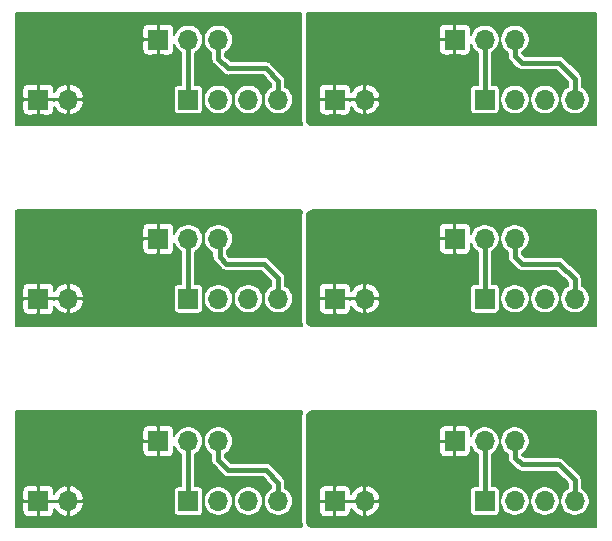
<source format=gbr>
%TF.GenerationSoftware,KiCad,Pcbnew,5.1.9-73d0e3b20d~88~ubuntu18.04.1*%
%TF.CreationDate,2021-01-03T17:48:49+01:00*%
%TF.ProjectId,ss_fp_87dc3_bridgeboard,73735f66-705f-4383-9764-63335f627269,r0.1*%
%TF.SameCoordinates,PX5f5e100PY2faf080*%
%TF.FileFunction,Copper,L2,Bot*%
%TF.FilePolarity,Positive*%
%FSLAX46Y46*%
G04 Gerber Fmt 4.6, Leading zero omitted, Abs format (unit mm)*
G04 Created by KiCad (PCBNEW 5.1.9-73d0e3b20d~88~ubuntu18.04.1) date 2021-01-03 17:48:49*
%MOMM*%
%LPD*%
G01*
G04 APERTURE LIST*
%TA.AperFunction,ComponentPad*%
%ADD10R,1.700000X1.700000*%
%TD*%
%TA.AperFunction,ComponentPad*%
%ADD11O,1.700000X1.700000*%
%TD*%
%TA.AperFunction,Conductor*%
%ADD12C,0.400000*%
%TD*%
%TA.AperFunction,Conductor*%
%ADD13C,0.200000*%
%TD*%
%TA.AperFunction,Conductor*%
%ADD14C,0.100000*%
%TD*%
G04 APERTURE END LIST*
D10*
%TO.P,J117,1*%
%TO.N,/COM_5*%
X12500000Y-36635000D03*
D11*
%TO.P,J117,2*%
%TO.N,Net-(J114-Pad1)*%
X15040000Y-36635000D03*
%TO.P,J117,3*%
%TO.N,Net-(J114-Pad4)*%
X17580000Y-36635000D03*
%TD*%
D10*
%TO.P,J115,1*%
%TO.N,/COM_6*%
X27440000Y-41715000D03*
D11*
%TO.P,J115,2*%
X29980000Y-41715000D03*
%TD*%
D10*
%TO.P,J113,1*%
%TO.N,/COM_5*%
X2340000Y-41715000D03*
D11*
%TO.P,J113,2*%
X4880000Y-41715000D03*
%TD*%
D10*
%TO.P,J118,1*%
%TO.N,/COM_6*%
X37600000Y-36635000D03*
D11*
%TO.P,J118,2*%
%TO.N,Net-(J116-Pad1)*%
X40140000Y-36635000D03*
%TO.P,J118,3*%
%TO.N,Net-(J116-Pad4)*%
X42680000Y-36635000D03*
%TD*%
D10*
%TO.P,J114,1*%
%TO.N,Net-(J114-Pad1)*%
X15040000Y-41715000D03*
D11*
%TO.P,J114,2*%
%TO.N,Net-(J114-Pad2)*%
X17580000Y-41715000D03*
%TO.P,J114,3*%
%TO.N,Net-(J114-Pad3)*%
X20120000Y-41715000D03*
%TO.P,J114,4*%
%TO.N,Net-(J114-Pad4)*%
X22660000Y-41715000D03*
%TD*%
D10*
%TO.P,J116,1*%
%TO.N,Net-(J116-Pad1)*%
X40140000Y-41715000D03*
D11*
%TO.P,J116,2*%
%TO.N,Net-(J116-Pad2)*%
X42680000Y-41715000D03*
%TO.P,J116,3*%
%TO.N,Net-(J116-Pad3)*%
X45220000Y-41715000D03*
%TO.P,J116,4*%
%TO.N,Net-(J116-Pad4)*%
X47760000Y-41715000D03*
%TD*%
%TO.P,J112,3*%
%TO.N,Net-(J110-Pad4)*%
X42680000Y-19500000D03*
%TO.P,J112,2*%
%TO.N,Net-(J110-Pad1)*%
X40140000Y-19500000D03*
D10*
%TO.P,J112,1*%
%TO.N,/COM_4*%
X37600000Y-19500000D03*
%TD*%
D11*
%TO.P,J111,3*%
%TO.N,Net-(J108-Pad4)*%
X17580000Y-19500000D03*
%TO.P,J111,2*%
%TO.N,Net-(J108-Pad1)*%
X15040000Y-19500000D03*
D10*
%TO.P,J111,1*%
%TO.N,/COM_3*%
X12500000Y-19500000D03*
%TD*%
D11*
%TO.P,J110,4*%
%TO.N,Net-(J110-Pad4)*%
X47760000Y-24580000D03*
%TO.P,J110,3*%
%TO.N,Net-(J110-Pad3)*%
X45220000Y-24580000D03*
%TO.P,J110,2*%
%TO.N,Net-(J110-Pad2)*%
X42680000Y-24580000D03*
D10*
%TO.P,J110,1*%
%TO.N,Net-(J110-Pad1)*%
X40140000Y-24580000D03*
%TD*%
D11*
%TO.P,J109,2*%
%TO.N,/COM_4*%
X29980000Y-24580000D03*
D10*
%TO.P,J109,1*%
X27440000Y-24580000D03*
%TD*%
D11*
%TO.P,J108,4*%
%TO.N,Net-(J108-Pad4)*%
X22660000Y-24580000D03*
%TO.P,J108,3*%
%TO.N,Net-(J108-Pad3)*%
X20120000Y-24580000D03*
%TO.P,J108,2*%
%TO.N,Net-(J108-Pad2)*%
X17580000Y-24580000D03*
D10*
%TO.P,J108,1*%
%TO.N,Net-(J108-Pad1)*%
X15040000Y-24580000D03*
%TD*%
D11*
%TO.P,J107,2*%
%TO.N,/COM_3*%
X4880000Y-24580000D03*
D10*
%TO.P,J107,1*%
X2340000Y-24580000D03*
%TD*%
D11*
%TO.P,J106,3*%
%TO.N,Net-(J105-Pad4)*%
X42680000Y-2635000D03*
%TO.P,J106,2*%
%TO.N,Net-(J105-Pad1)*%
X40140000Y-2635000D03*
D10*
%TO.P,J106,1*%
%TO.N,/COM_2*%
X37600000Y-2635000D03*
%TD*%
D11*
%TO.P,J105,4*%
%TO.N,Net-(J105-Pad4)*%
X47760000Y-7715000D03*
%TO.P,J105,3*%
%TO.N,Net-(J105-Pad3)*%
X45220000Y-7715000D03*
%TO.P,J105,2*%
%TO.N,Net-(J105-Pad2)*%
X42680000Y-7715000D03*
D10*
%TO.P,J105,1*%
%TO.N,Net-(J105-Pad1)*%
X40140000Y-7715000D03*
%TD*%
D11*
%TO.P,J104,2*%
%TO.N,/COM_2*%
X29980000Y-7715000D03*
D10*
%TO.P,J104,1*%
X27440000Y-7715000D03*
%TD*%
D11*
%TO.P,J103,3*%
%TO.N,Net-(J102-Pad4)*%
X17580000Y-2635000D03*
%TO.P,J103,2*%
%TO.N,Net-(J102-Pad1)*%
X15040000Y-2635000D03*
D10*
%TO.P,J103,1*%
%TO.N,/COM_1*%
X12500000Y-2635000D03*
%TD*%
D11*
%TO.P,J102,4*%
%TO.N,Net-(J102-Pad4)*%
X22660000Y-7715000D03*
%TO.P,J102,3*%
%TO.N,Net-(J102-Pad3)*%
X20120000Y-7715000D03*
%TO.P,J102,2*%
%TO.N,Net-(J102-Pad2)*%
X17580000Y-7715000D03*
D10*
%TO.P,J102,1*%
%TO.N,Net-(J102-Pad1)*%
X15040000Y-7715000D03*
%TD*%
D11*
%TO.P,J101,2*%
%TO.N,/COM_1*%
X4880000Y-7715000D03*
D10*
%TO.P,J101,1*%
X2340000Y-7715000D03*
%TD*%
D12*
%TO.N,Net-(J102-Pad4)*%
X21590000Y-5080000D02*
X22660000Y-6150000D01*
X22660000Y-6150000D02*
X22660000Y-7715000D01*
X17580000Y-2635000D02*
X17580000Y-4245000D01*
X18415000Y-5080000D02*
X21590000Y-5080000D01*
X17580000Y-4245000D02*
X18415000Y-5080000D01*
%TO.N,Net-(J102-Pad1)*%
X15040000Y-2635000D02*
X15040000Y-7715000D01*
%TO.N,Net-(J105-Pad4)*%
X43250000Y-4615000D02*
X46425000Y-4615000D01*
X42680000Y-2500000D02*
X42680000Y-4045000D01*
X47760000Y-5950000D02*
X47760000Y-7580000D01*
X46425000Y-4615000D02*
X47760000Y-5950000D01*
X42680000Y-4045000D02*
X43250000Y-4615000D01*
%TO.N,Net-(J105-Pad1)*%
X40140000Y-2635000D02*
X40140000Y-7715000D01*
%TO.N,Net-(J108-Pad4)*%
X22660000Y-22850000D02*
X22660000Y-24480000D01*
X21425000Y-21615000D02*
X22660000Y-22850000D01*
X22660000Y-24480000D02*
X22760000Y-24580000D01*
X18250000Y-21615000D02*
X21425000Y-21615000D01*
X17680000Y-19500000D02*
X17680000Y-21045000D01*
X17680000Y-21045000D02*
X18250000Y-21615000D01*
%TO.N,Net-(J108-Pad1)*%
X15040000Y-24580000D02*
X15040000Y-19500000D01*
%TO.N,Net-(J110-Pad4)*%
X47760000Y-22950000D02*
X47760000Y-24580000D01*
X46425000Y-21615000D02*
X47760000Y-22950000D01*
X43250000Y-21615000D02*
X46425000Y-21615000D01*
X42680000Y-19500000D02*
X42680000Y-21045000D01*
X42680000Y-21045000D02*
X43250000Y-21615000D01*
%TO.N,Net-(J110-Pad1)*%
X40140000Y-19500000D02*
X40140000Y-24580000D01*
%TO.N,Net-(J114-Pad4)*%
X17580000Y-38245000D02*
X18415000Y-39080000D01*
X18415000Y-39080000D02*
X21590000Y-39080000D01*
X22660000Y-40150000D02*
X22660000Y-41715000D01*
X17580000Y-36635000D02*
X17580000Y-38245000D01*
X21590000Y-39080000D02*
X22660000Y-40150000D01*
%TO.N,Net-(J114-Pad1)*%
X15040000Y-36635000D02*
X15040000Y-41715000D01*
%TO.N,Net-(J116-Pad4)*%
X42680000Y-38045000D02*
X43250000Y-38615000D01*
X42680000Y-36500000D02*
X42680000Y-38045000D01*
X46425000Y-38615000D02*
X47760000Y-39950000D01*
X43250000Y-38615000D02*
X46425000Y-38615000D01*
X47760000Y-39950000D02*
X47760000Y-41580000D01*
%TO.N,Net-(J116-Pad1)*%
X40140000Y-36635000D02*
X40140000Y-41715000D01*
%TD*%
D13*
%TO.N,/COM_1*%
X24603422Y-447790D02*
X24600000Y-500000D01*
X24600000Y-9500000D01*
X24603422Y-9552210D01*
X24620459Y-9681620D01*
X24647485Y-9782483D01*
X24677450Y-9854825D01*
X24603307Y-9885536D01*
X24493441Y-9900000D01*
X506559Y-9900000D01*
X425000Y-9889263D01*
X425000Y-8565000D01*
X987581Y-8565000D01*
X997235Y-8663017D01*
X1025825Y-8757267D01*
X1072254Y-8844129D01*
X1134736Y-8920264D01*
X1210871Y-8982746D01*
X1297733Y-9029175D01*
X1391983Y-9057765D01*
X1490000Y-9067419D01*
X2165000Y-9065000D01*
X2290000Y-8940000D01*
X2290000Y-7765000D01*
X2390000Y-7765000D01*
X2390000Y-8940000D01*
X2515000Y-9065000D01*
X3190000Y-9067419D01*
X3288017Y-9057765D01*
X3382267Y-9029175D01*
X3469129Y-8982746D01*
X3545264Y-8920264D01*
X3607746Y-8844129D01*
X3654175Y-8757267D01*
X3682765Y-8663017D01*
X3692419Y-8565000D01*
X3691619Y-8341712D01*
X3755848Y-8462522D01*
X3923283Y-8667470D01*
X4127484Y-8835815D01*
X4360604Y-8961087D01*
X4613684Y-9038473D01*
X4619574Y-9039643D01*
X4830000Y-8938979D01*
X4830000Y-7765000D01*
X4930000Y-7765000D01*
X4930000Y-8938979D01*
X5140426Y-9039643D01*
X5146316Y-9038473D01*
X5399396Y-8961087D01*
X5632516Y-8835815D01*
X5836717Y-8667470D01*
X6004152Y-8462522D01*
X6128386Y-8228847D01*
X6204645Y-7975426D01*
X6104076Y-7765000D01*
X4930000Y-7765000D01*
X4830000Y-7765000D01*
X3655924Y-7765000D01*
X3626521Y-7826521D01*
X3565000Y-7765000D01*
X2390000Y-7765000D01*
X2290000Y-7765000D01*
X1115000Y-7765000D01*
X990000Y-7890000D01*
X987581Y-8565000D01*
X425000Y-8565000D01*
X425000Y-6865000D01*
X987581Y-6865000D01*
X990000Y-7540000D01*
X1115000Y-7665000D01*
X2290000Y-7665000D01*
X2290000Y-6490000D01*
X2390000Y-6490000D01*
X2390000Y-7665000D01*
X3565000Y-7665000D01*
X3626521Y-7603479D01*
X3655924Y-7665000D01*
X4830000Y-7665000D01*
X4830000Y-6491021D01*
X4930000Y-6491021D01*
X4930000Y-7665000D01*
X6104076Y-7665000D01*
X6204645Y-7454574D01*
X6128386Y-7201153D01*
X6004152Y-6967478D01*
X5836717Y-6762530D01*
X5632516Y-6594185D01*
X5399396Y-6468913D01*
X5146316Y-6391527D01*
X5140426Y-6390357D01*
X4930000Y-6491021D01*
X4830000Y-6491021D01*
X4619574Y-6390357D01*
X4613684Y-6391527D01*
X4360604Y-6468913D01*
X4127484Y-6594185D01*
X3923283Y-6762530D01*
X3755848Y-6967478D01*
X3691619Y-7088288D01*
X3692419Y-6865000D01*
X3682765Y-6766983D01*
X3654175Y-6672733D01*
X3607746Y-6585871D01*
X3545264Y-6509736D01*
X3469129Y-6447254D01*
X3382267Y-6400825D01*
X3288017Y-6372235D01*
X3190000Y-6362581D01*
X2515000Y-6365000D01*
X2390000Y-6490000D01*
X2290000Y-6490000D01*
X2165000Y-6365000D01*
X1490000Y-6362581D01*
X1391983Y-6372235D01*
X1297733Y-6400825D01*
X1210871Y-6447254D01*
X1134736Y-6509736D01*
X1072254Y-6585871D01*
X1025825Y-6672733D01*
X997235Y-6766983D01*
X987581Y-6865000D01*
X425000Y-6865000D01*
X425000Y-3485000D01*
X11147581Y-3485000D01*
X11157235Y-3583017D01*
X11185825Y-3677267D01*
X11232254Y-3764129D01*
X11294736Y-3840264D01*
X11370871Y-3902746D01*
X11457733Y-3949175D01*
X11551983Y-3977765D01*
X11650000Y-3987419D01*
X12325000Y-3985000D01*
X12450000Y-3860000D01*
X12450000Y-2685000D01*
X11275000Y-2685000D01*
X11150000Y-2810000D01*
X11147581Y-3485000D01*
X425000Y-3485000D01*
X425000Y-1785000D01*
X11147581Y-1785000D01*
X11150000Y-2460000D01*
X11275000Y-2585000D01*
X12450000Y-2585000D01*
X12450000Y-1410000D01*
X12550000Y-1410000D01*
X12550000Y-2585000D01*
X12570000Y-2585000D01*
X12570000Y-2685000D01*
X12550000Y-2685000D01*
X12550000Y-3860000D01*
X12675000Y-3985000D01*
X13350000Y-3987419D01*
X13448017Y-3977765D01*
X13542267Y-3949175D01*
X13629129Y-3902746D01*
X13705264Y-3840264D01*
X13767746Y-3764129D01*
X13814175Y-3677267D01*
X13842765Y-3583017D01*
X13852419Y-3485000D01*
X13850790Y-3030399D01*
X13932265Y-3227097D01*
X14069062Y-3431828D01*
X14243172Y-3605938D01*
X14440000Y-3737455D01*
X14440001Y-6463065D01*
X14190000Y-6463065D01*
X14111586Y-6470788D01*
X14036186Y-6493660D01*
X13966697Y-6530803D01*
X13905789Y-6580789D01*
X13855803Y-6641697D01*
X13818660Y-6711186D01*
X13795788Y-6786586D01*
X13788065Y-6865000D01*
X13788065Y-8565000D01*
X13795788Y-8643414D01*
X13818660Y-8718814D01*
X13855803Y-8788303D01*
X13905789Y-8849211D01*
X13966697Y-8899197D01*
X14036186Y-8936340D01*
X14111586Y-8959212D01*
X14190000Y-8966935D01*
X15890000Y-8966935D01*
X15968414Y-8959212D01*
X16043814Y-8936340D01*
X16113303Y-8899197D01*
X16174211Y-8849211D01*
X16224197Y-8788303D01*
X16261340Y-8718814D01*
X16284212Y-8643414D01*
X16291935Y-8565000D01*
X16291935Y-7591886D01*
X16330000Y-7591886D01*
X16330000Y-7838114D01*
X16378037Y-8079611D01*
X16472265Y-8307097D01*
X16609062Y-8511828D01*
X16783172Y-8685938D01*
X16987903Y-8822735D01*
X17215389Y-8916963D01*
X17456886Y-8965000D01*
X17703114Y-8965000D01*
X17944611Y-8916963D01*
X18172097Y-8822735D01*
X18376828Y-8685938D01*
X18550938Y-8511828D01*
X18687735Y-8307097D01*
X18781963Y-8079611D01*
X18830000Y-7838114D01*
X18830000Y-7591886D01*
X18870000Y-7591886D01*
X18870000Y-7838114D01*
X18918037Y-8079611D01*
X19012265Y-8307097D01*
X19149062Y-8511828D01*
X19323172Y-8685938D01*
X19527903Y-8822735D01*
X19755389Y-8916963D01*
X19996886Y-8965000D01*
X20243114Y-8965000D01*
X20484611Y-8916963D01*
X20712097Y-8822735D01*
X20916828Y-8685938D01*
X21090938Y-8511828D01*
X21227735Y-8307097D01*
X21321963Y-8079611D01*
X21370000Y-7838114D01*
X21370000Y-7591886D01*
X21321963Y-7350389D01*
X21227735Y-7122903D01*
X21090938Y-6918172D01*
X20916828Y-6744062D01*
X20712097Y-6607265D01*
X20484611Y-6513037D01*
X20243114Y-6465000D01*
X19996886Y-6465000D01*
X19755389Y-6513037D01*
X19527903Y-6607265D01*
X19323172Y-6744062D01*
X19149062Y-6918172D01*
X19012265Y-7122903D01*
X18918037Y-7350389D01*
X18870000Y-7591886D01*
X18830000Y-7591886D01*
X18781963Y-7350389D01*
X18687735Y-7122903D01*
X18550938Y-6918172D01*
X18376828Y-6744062D01*
X18172097Y-6607265D01*
X17944611Y-6513037D01*
X17703114Y-6465000D01*
X17456886Y-6465000D01*
X17215389Y-6513037D01*
X16987903Y-6607265D01*
X16783172Y-6744062D01*
X16609062Y-6918172D01*
X16472265Y-7122903D01*
X16378037Y-7350389D01*
X16330000Y-7591886D01*
X16291935Y-7591886D01*
X16291935Y-6865000D01*
X16284212Y-6786586D01*
X16261340Y-6711186D01*
X16224197Y-6641697D01*
X16174211Y-6580789D01*
X16113303Y-6530803D01*
X16043814Y-6493660D01*
X15968414Y-6470788D01*
X15890000Y-6463065D01*
X15640000Y-6463065D01*
X15640000Y-3737454D01*
X15836828Y-3605938D01*
X16010938Y-3431828D01*
X16147735Y-3227097D01*
X16241963Y-2999611D01*
X16290000Y-2758114D01*
X16290000Y-2511886D01*
X16330000Y-2511886D01*
X16330000Y-2758114D01*
X16378037Y-2999611D01*
X16472265Y-3227097D01*
X16609062Y-3431828D01*
X16783172Y-3605938D01*
X16980001Y-3737455D01*
X16980001Y-4215517D01*
X16977097Y-4245000D01*
X16988682Y-4362620D01*
X17022991Y-4475721D01*
X17078705Y-4579955D01*
X17153684Y-4671317D01*
X17176581Y-4690108D01*
X17969895Y-5483424D01*
X17988683Y-5506317D01*
X18080045Y-5581296D01*
X18184279Y-5637010D01*
X18263070Y-5660911D01*
X18297378Y-5671318D01*
X18414999Y-5682903D01*
X18444473Y-5680000D01*
X21341473Y-5680000D01*
X22060000Y-6398528D01*
X22060000Y-6612545D01*
X21863172Y-6744062D01*
X21689062Y-6918172D01*
X21552265Y-7122903D01*
X21458037Y-7350389D01*
X21410000Y-7591886D01*
X21410000Y-7838114D01*
X21458037Y-8079611D01*
X21552265Y-8307097D01*
X21689062Y-8511828D01*
X21863172Y-8685938D01*
X22067903Y-8822735D01*
X22295389Y-8916963D01*
X22536886Y-8965000D01*
X22783114Y-8965000D01*
X23024611Y-8916963D01*
X23252097Y-8822735D01*
X23456828Y-8685938D01*
X23630938Y-8511828D01*
X23767735Y-8307097D01*
X23861963Y-8079611D01*
X23910000Y-7838114D01*
X23910000Y-7591886D01*
X23861963Y-7350389D01*
X23767735Y-7122903D01*
X23630938Y-6918172D01*
X23456828Y-6744062D01*
X23260000Y-6612546D01*
X23260000Y-6179476D01*
X23262903Y-6150000D01*
X23251319Y-6032379D01*
X23217010Y-5919279D01*
X23161296Y-5815045D01*
X23086317Y-5723683D01*
X23063420Y-5704892D01*
X22035113Y-4676586D01*
X22016317Y-4653683D01*
X21924955Y-4578704D01*
X21820721Y-4522990D01*
X21707621Y-4488682D01*
X21619474Y-4480000D01*
X21590000Y-4477097D01*
X21560526Y-4480000D01*
X18663529Y-4480000D01*
X18180000Y-3996473D01*
X18180000Y-3737454D01*
X18376828Y-3605938D01*
X18550938Y-3431828D01*
X18687735Y-3227097D01*
X18781963Y-2999611D01*
X18830000Y-2758114D01*
X18830000Y-2511886D01*
X18781963Y-2270389D01*
X18687735Y-2042903D01*
X18550938Y-1838172D01*
X18376828Y-1664062D01*
X18172097Y-1527265D01*
X17944611Y-1433037D01*
X17703114Y-1385000D01*
X17456886Y-1385000D01*
X17215389Y-1433037D01*
X16987903Y-1527265D01*
X16783172Y-1664062D01*
X16609062Y-1838172D01*
X16472265Y-2042903D01*
X16378037Y-2270389D01*
X16330000Y-2511886D01*
X16290000Y-2511886D01*
X16241963Y-2270389D01*
X16147735Y-2042903D01*
X16010938Y-1838172D01*
X15836828Y-1664062D01*
X15632097Y-1527265D01*
X15404611Y-1433037D01*
X15163114Y-1385000D01*
X14916886Y-1385000D01*
X14675389Y-1433037D01*
X14447903Y-1527265D01*
X14243172Y-1664062D01*
X14069062Y-1838172D01*
X13932265Y-2042903D01*
X13850790Y-2239601D01*
X13852419Y-1785000D01*
X13842765Y-1686983D01*
X13814175Y-1592733D01*
X13767746Y-1505871D01*
X13705264Y-1429736D01*
X13629129Y-1367254D01*
X13542267Y-1320825D01*
X13448017Y-1292235D01*
X13350000Y-1282581D01*
X12675000Y-1285000D01*
X12550000Y-1410000D01*
X12450000Y-1410000D01*
X12325000Y-1285000D01*
X11650000Y-1282581D01*
X11551983Y-1292235D01*
X11457733Y-1320825D01*
X11370871Y-1367254D01*
X11294736Y-1429736D01*
X11232254Y-1505871D01*
X11185825Y-1592733D01*
X11157235Y-1686983D01*
X11147581Y-1785000D01*
X425000Y-1785000D01*
X425000Y-425000D01*
X24606422Y-425000D01*
X24603422Y-447790D01*
%TA.AperFunction,Conductor*%
D14*
G36*
X24603422Y-447790D02*
G01*
X24600000Y-500000D01*
X24600000Y-9500000D01*
X24603422Y-9552210D01*
X24620459Y-9681620D01*
X24647485Y-9782483D01*
X24677450Y-9854825D01*
X24603307Y-9885536D01*
X24493441Y-9900000D01*
X506559Y-9900000D01*
X425000Y-9889263D01*
X425000Y-8565000D01*
X987581Y-8565000D01*
X997235Y-8663017D01*
X1025825Y-8757267D01*
X1072254Y-8844129D01*
X1134736Y-8920264D01*
X1210871Y-8982746D01*
X1297733Y-9029175D01*
X1391983Y-9057765D01*
X1490000Y-9067419D01*
X2165000Y-9065000D01*
X2290000Y-8940000D01*
X2290000Y-7765000D01*
X2390000Y-7765000D01*
X2390000Y-8940000D01*
X2515000Y-9065000D01*
X3190000Y-9067419D01*
X3288017Y-9057765D01*
X3382267Y-9029175D01*
X3469129Y-8982746D01*
X3545264Y-8920264D01*
X3607746Y-8844129D01*
X3654175Y-8757267D01*
X3682765Y-8663017D01*
X3692419Y-8565000D01*
X3691619Y-8341712D01*
X3755848Y-8462522D01*
X3923283Y-8667470D01*
X4127484Y-8835815D01*
X4360604Y-8961087D01*
X4613684Y-9038473D01*
X4619574Y-9039643D01*
X4830000Y-8938979D01*
X4830000Y-7765000D01*
X4930000Y-7765000D01*
X4930000Y-8938979D01*
X5140426Y-9039643D01*
X5146316Y-9038473D01*
X5399396Y-8961087D01*
X5632516Y-8835815D01*
X5836717Y-8667470D01*
X6004152Y-8462522D01*
X6128386Y-8228847D01*
X6204645Y-7975426D01*
X6104076Y-7765000D01*
X4930000Y-7765000D01*
X4830000Y-7765000D01*
X3655924Y-7765000D01*
X3626521Y-7826521D01*
X3565000Y-7765000D01*
X2390000Y-7765000D01*
X2290000Y-7765000D01*
X1115000Y-7765000D01*
X990000Y-7890000D01*
X987581Y-8565000D01*
X425000Y-8565000D01*
X425000Y-6865000D01*
X987581Y-6865000D01*
X990000Y-7540000D01*
X1115000Y-7665000D01*
X2290000Y-7665000D01*
X2290000Y-6490000D01*
X2390000Y-6490000D01*
X2390000Y-7665000D01*
X3565000Y-7665000D01*
X3626521Y-7603479D01*
X3655924Y-7665000D01*
X4830000Y-7665000D01*
X4830000Y-6491021D01*
X4930000Y-6491021D01*
X4930000Y-7665000D01*
X6104076Y-7665000D01*
X6204645Y-7454574D01*
X6128386Y-7201153D01*
X6004152Y-6967478D01*
X5836717Y-6762530D01*
X5632516Y-6594185D01*
X5399396Y-6468913D01*
X5146316Y-6391527D01*
X5140426Y-6390357D01*
X4930000Y-6491021D01*
X4830000Y-6491021D01*
X4619574Y-6390357D01*
X4613684Y-6391527D01*
X4360604Y-6468913D01*
X4127484Y-6594185D01*
X3923283Y-6762530D01*
X3755848Y-6967478D01*
X3691619Y-7088288D01*
X3692419Y-6865000D01*
X3682765Y-6766983D01*
X3654175Y-6672733D01*
X3607746Y-6585871D01*
X3545264Y-6509736D01*
X3469129Y-6447254D01*
X3382267Y-6400825D01*
X3288017Y-6372235D01*
X3190000Y-6362581D01*
X2515000Y-6365000D01*
X2390000Y-6490000D01*
X2290000Y-6490000D01*
X2165000Y-6365000D01*
X1490000Y-6362581D01*
X1391983Y-6372235D01*
X1297733Y-6400825D01*
X1210871Y-6447254D01*
X1134736Y-6509736D01*
X1072254Y-6585871D01*
X1025825Y-6672733D01*
X997235Y-6766983D01*
X987581Y-6865000D01*
X425000Y-6865000D01*
X425000Y-3485000D01*
X11147581Y-3485000D01*
X11157235Y-3583017D01*
X11185825Y-3677267D01*
X11232254Y-3764129D01*
X11294736Y-3840264D01*
X11370871Y-3902746D01*
X11457733Y-3949175D01*
X11551983Y-3977765D01*
X11650000Y-3987419D01*
X12325000Y-3985000D01*
X12450000Y-3860000D01*
X12450000Y-2685000D01*
X11275000Y-2685000D01*
X11150000Y-2810000D01*
X11147581Y-3485000D01*
X425000Y-3485000D01*
X425000Y-1785000D01*
X11147581Y-1785000D01*
X11150000Y-2460000D01*
X11275000Y-2585000D01*
X12450000Y-2585000D01*
X12450000Y-1410000D01*
X12550000Y-1410000D01*
X12550000Y-2585000D01*
X12570000Y-2585000D01*
X12570000Y-2685000D01*
X12550000Y-2685000D01*
X12550000Y-3860000D01*
X12675000Y-3985000D01*
X13350000Y-3987419D01*
X13448017Y-3977765D01*
X13542267Y-3949175D01*
X13629129Y-3902746D01*
X13705264Y-3840264D01*
X13767746Y-3764129D01*
X13814175Y-3677267D01*
X13842765Y-3583017D01*
X13852419Y-3485000D01*
X13850790Y-3030399D01*
X13932265Y-3227097D01*
X14069062Y-3431828D01*
X14243172Y-3605938D01*
X14440000Y-3737455D01*
X14440001Y-6463065D01*
X14190000Y-6463065D01*
X14111586Y-6470788D01*
X14036186Y-6493660D01*
X13966697Y-6530803D01*
X13905789Y-6580789D01*
X13855803Y-6641697D01*
X13818660Y-6711186D01*
X13795788Y-6786586D01*
X13788065Y-6865000D01*
X13788065Y-8565000D01*
X13795788Y-8643414D01*
X13818660Y-8718814D01*
X13855803Y-8788303D01*
X13905789Y-8849211D01*
X13966697Y-8899197D01*
X14036186Y-8936340D01*
X14111586Y-8959212D01*
X14190000Y-8966935D01*
X15890000Y-8966935D01*
X15968414Y-8959212D01*
X16043814Y-8936340D01*
X16113303Y-8899197D01*
X16174211Y-8849211D01*
X16224197Y-8788303D01*
X16261340Y-8718814D01*
X16284212Y-8643414D01*
X16291935Y-8565000D01*
X16291935Y-7591886D01*
X16330000Y-7591886D01*
X16330000Y-7838114D01*
X16378037Y-8079611D01*
X16472265Y-8307097D01*
X16609062Y-8511828D01*
X16783172Y-8685938D01*
X16987903Y-8822735D01*
X17215389Y-8916963D01*
X17456886Y-8965000D01*
X17703114Y-8965000D01*
X17944611Y-8916963D01*
X18172097Y-8822735D01*
X18376828Y-8685938D01*
X18550938Y-8511828D01*
X18687735Y-8307097D01*
X18781963Y-8079611D01*
X18830000Y-7838114D01*
X18830000Y-7591886D01*
X18870000Y-7591886D01*
X18870000Y-7838114D01*
X18918037Y-8079611D01*
X19012265Y-8307097D01*
X19149062Y-8511828D01*
X19323172Y-8685938D01*
X19527903Y-8822735D01*
X19755389Y-8916963D01*
X19996886Y-8965000D01*
X20243114Y-8965000D01*
X20484611Y-8916963D01*
X20712097Y-8822735D01*
X20916828Y-8685938D01*
X21090938Y-8511828D01*
X21227735Y-8307097D01*
X21321963Y-8079611D01*
X21370000Y-7838114D01*
X21370000Y-7591886D01*
X21321963Y-7350389D01*
X21227735Y-7122903D01*
X21090938Y-6918172D01*
X20916828Y-6744062D01*
X20712097Y-6607265D01*
X20484611Y-6513037D01*
X20243114Y-6465000D01*
X19996886Y-6465000D01*
X19755389Y-6513037D01*
X19527903Y-6607265D01*
X19323172Y-6744062D01*
X19149062Y-6918172D01*
X19012265Y-7122903D01*
X18918037Y-7350389D01*
X18870000Y-7591886D01*
X18830000Y-7591886D01*
X18781963Y-7350389D01*
X18687735Y-7122903D01*
X18550938Y-6918172D01*
X18376828Y-6744062D01*
X18172097Y-6607265D01*
X17944611Y-6513037D01*
X17703114Y-6465000D01*
X17456886Y-6465000D01*
X17215389Y-6513037D01*
X16987903Y-6607265D01*
X16783172Y-6744062D01*
X16609062Y-6918172D01*
X16472265Y-7122903D01*
X16378037Y-7350389D01*
X16330000Y-7591886D01*
X16291935Y-7591886D01*
X16291935Y-6865000D01*
X16284212Y-6786586D01*
X16261340Y-6711186D01*
X16224197Y-6641697D01*
X16174211Y-6580789D01*
X16113303Y-6530803D01*
X16043814Y-6493660D01*
X15968414Y-6470788D01*
X15890000Y-6463065D01*
X15640000Y-6463065D01*
X15640000Y-3737454D01*
X15836828Y-3605938D01*
X16010938Y-3431828D01*
X16147735Y-3227097D01*
X16241963Y-2999611D01*
X16290000Y-2758114D01*
X16290000Y-2511886D01*
X16330000Y-2511886D01*
X16330000Y-2758114D01*
X16378037Y-2999611D01*
X16472265Y-3227097D01*
X16609062Y-3431828D01*
X16783172Y-3605938D01*
X16980001Y-3737455D01*
X16980001Y-4215517D01*
X16977097Y-4245000D01*
X16988682Y-4362620D01*
X17022991Y-4475721D01*
X17078705Y-4579955D01*
X17153684Y-4671317D01*
X17176581Y-4690108D01*
X17969895Y-5483424D01*
X17988683Y-5506317D01*
X18080045Y-5581296D01*
X18184279Y-5637010D01*
X18263070Y-5660911D01*
X18297378Y-5671318D01*
X18414999Y-5682903D01*
X18444473Y-5680000D01*
X21341473Y-5680000D01*
X22060000Y-6398528D01*
X22060000Y-6612545D01*
X21863172Y-6744062D01*
X21689062Y-6918172D01*
X21552265Y-7122903D01*
X21458037Y-7350389D01*
X21410000Y-7591886D01*
X21410000Y-7838114D01*
X21458037Y-8079611D01*
X21552265Y-8307097D01*
X21689062Y-8511828D01*
X21863172Y-8685938D01*
X22067903Y-8822735D01*
X22295389Y-8916963D01*
X22536886Y-8965000D01*
X22783114Y-8965000D01*
X23024611Y-8916963D01*
X23252097Y-8822735D01*
X23456828Y-8685938D01*
X23630938Y-8511828D01*
X23767735Y-8307097D01*
X23861963Y-8079611D01*
X23910000Y-7838114D01*
X23910000Y-7591886D01*
X23861963Y-7350389D01*
X23767735Y-7122903D01*
X23630938Y-6918172D01*
X23456828Y-6744062D01*
X23260000Y-6612546D01*
X23260000Y-6179476D01*
X23262903Y-6150000D01*
X23251319Y-6032379D01*
X23217010Y-5919279D01*
X23161296Y-5815045D01*
X23086317Y-5723683D01*
X23063420Y-5704892D01*
X22035113Y-4676586D01*
X22016317Y-4653683D01*
X21924955Y-4578704D01*
X21820721Y-4522990D01*
X21707621Y-4488682D01*
X21619474Y-4480000D01*
X21590000Y-4477097D01*
X21560526Y-4480000D01*
X18663529Y-4480000D01*
X18180000Y-3996473D01*
X18180000Y-3737454D01*
X18376828Y-3605938D01*
X18550938Y-3431828D01*
X18687735Y-3227097D01*
X18781963Y-2999611D01*
X18830000Y-2758114D01*
X18830000Y-2511886D01*
X18781963Y-2270389D01*
X18687735Y-2042903D01*
X18550938Y-1838172D01*
X18376828Y-1664062D01*
X18172097Y-1527265D01*
X17944611Y-1433037D01*
X17703114Y-1385000D01*
X17456886Y-1385000D01*
X17215389Y-1433037D01*
X16987903Y-1527265D01*
X16783172Y-1664062D01*
X16609062Y-1838172D01*
X16472265Y-2042903D01*
X16378037Y-2270389D01*
X16330000Y-2511886D01*
X16290000Y-2511886D01*
X16241963Y-2270389D01*
X16147735Y-2042903D01*
X16010938Y-1838172D01*
X15836828Y-1664062D01*
X15632097Y-1527265D01*
X15404611Y-1433037D01*
X15163114Y-1385000D01*
X14916886Y-1385000D01*
X14675389Y-1433037D01*
X14447903Y-1527265D01*
X14243172Y-1664062D01*
X14069062Y-1838172D01*
X13932265Y-2042903D01*
X13850790Y-2239601D01*
X13852419Y-1785000D01*
X13842765Y-1686983D01*
X13814175Y-1592733D01*
X13767746Y-1505871D01*
X13705264Y-1429736D01*
X13629129Y-1367254D01*
X13542267Y-1320825D01*
X13448017Y-1292235D01*
X13350000Y-1282581D01*
X12675000Y-1285000D01*
X12550000Y-1410000D01*
X12450000Y-1410000D01*
X12325000Y-1285000D01*
X11650000Y-1282581D01*
X11551983Y-1292235D01*
X11457733Y-1320825D01*
X11370871Y-1367254D01*
X11294736Y-1429736D01*
X11232254Y-1505871D01*
X11185825Y-1592733D01*
X11157235Y-1686983D01*
X11147581Y-1785000D01*
X425000Y-1785000D01*
X425000Y-425000D01*
X24606422Y-425000D01*
X24603422Y-447790D01*
G37*
%TD.AperFunction*%
%TD*%
D13*
%TO.N,/COM_2*%
X49575000Y-9889263D02*
X49493441Y-9900000D01*
X25506559Y-9900000D01*
X25396693Y-9885536D01*
X25300433Y-9845664D01*
X25217768Y-9782232D01*
X25154336Y-9699567D01*
X25114464Y-9603307D01*
X25100000Y-9493441D01*
X25100000Y-8565000D01*
X26087581Y-8565000D01*
X26097235Y-8663017D01*
X26125825Y-8757267D01*
X26172254Y-8844129D01*
X26234736Y-8920264D01*
X26310871Y-8982746D01*
X26397733Y-9029175D01*
X26491983Y-9057765D01*
X26590000Y-9067419D01*
X27265000Y-9065000D01*
X27390000Y-8940000D01*
X27390000Y-7765000D01*
X27490000Y-7765000D01*
X27490000Y-8940000D01*
X27615000Y-9065000D01*
X28290000Y-9067419D01*
X28388017Y-9057765D01*
X28482267Y-9029175D01*
X28569129Y-8982746D01*
X28645264Y-8920264D01*
X28707746Y-8844129D01*
X28754175Y-8757267D01*
X28782765Y-8663017D01*
X28792419Y-8565000D01*
X28791619Y-8341712D01*
X28855848Y-8462522D01*
X29023283Y-8667470D01*
X29227484Y-8835815D01*
X29460604Y-8961087D01*
X29713684Y-9038473D01*
X29719574Y-9039643D01*
X29930000Y-8938979D01*
X29930000Y-7765000D01*
X30030000Y-7765000D01*
X30030000Y-8938979D01*
X30240426Y-9039643D01*
X30246316Y-9038473D01*
X30499396Y-8961087D01*
X30732516Y-8835815D01*
X30936717Y-8667470D01*
X31104152Y-8462522D01*
X31228386Y-8228847D01*
X31304645Y-7975426D01*
X31204076Y-7765000D01*
X30030000Y-7765000D01*
X29930000Y-7765000D01*
X28755924Y-7765000D01*
X28726521Y-7826521D01*
X28665000Y-7765000D01*
X27490000Y-7765000D01*
X27390000Y-7765000D01*
X26215000Y-7765000D01*
X26090000Y-7890000D01*
X26087581Y-8565000D01*
X25100000Y-8565000D01*
X25100000Y-6865000D01*
X26087581Y-6865000D01*
X26090000Y-7540000D01*
X26215000Y-7665000D01*
X27390000Y-7665000D01*
X27390000Y-6490000D01*
X27490000Y-6490000D01*
X27490000Y-7665000D01*
X28665000Y-7665000D01*
X28726521Y-7603479D01*
X28755924Y-7665000D01*
X29930000Y-7665000D01*
X29930000Y-6491021D01*
X30030000Y-6491021D01*
X30030000Y-7665000D01*
X31204076Y-7665000D01*
X31304645Y-7454574D01*
X31228386Y-7201153D01*
X31104152Y-6967478D01*
X30936717Y-6762530D01*
X30732516Y-6594185D01*
X30499396Y-6468913D01*
X30246316Y-6391527D01*
X30240426Y-6390357D01*
X30030000Y-6491021D01*
X29930000Y-6491021D01*
X29719574Y-6390357D01*
X29713684Y-6391527D01*
X29460604Y-6468913D01*
X29227484Y-6594185D01*
X29023283Y-6762530D01*
X28855848Y-6967478D01*
X28791619Y-7088288D01*
X28792419Y-6865000D01*
X28782765Y-6766983D01*
X28754175Y-6672733D01*
X28707746Y-6585871D01*
X28645264Y-6509736D01*
X28569129Y-6447254D01*
X28482267Y-6400825D01*
X28388017Y-6372235D01*
X28290000Y-6362581D01*
X27615000Y-6365000D01*
X27490000Y-6490000D01*
X27390000Y-6490000D01*
X27265000Y-6365000D01*
X26590000Y-6362581D01*
X26491983Y-6372235D01*
X26397733Y-6400825D01*
X26310871Y-6447254D01*
X26234736Y-6509736D01*
X26172254Y-6585871D01*
X26125825Y-6672733D01*
X26097235Y-6766983D01*
X26087581Y-6865000D01*
X25100000Y-6865000D01*
X25100000Y-3485000D01*
X36247581Y-3485000D01*
X36257235Y-3583017D01*
X36285825Y-3677267D01*
X36332254Y-3764129D01*
X36394736Y-3840264D01*
X36470871Y-3902746D01*
X36557733Y-3949175D01*
X36651983Y-3977765D01*
X36750000Y-3987419D01*
X37425000Y-3985000D01*
X37550000Y-3860000D01*
X37550000Y-2685000D01*
X36375000Y-2685000D01*
X36250000Y-2810000D01*
X36247581Y-3485000D01*
X25100000Y-3485000D01*
X25100000Y-1785000D01*
X36247581Y-1785000D01*
X36250000Y-2460000D01*
X36375000Y-2585000D01*
X37550000Y-2585000D01*
X37550000Y-1410000D01*
X37650000Y-1410000D01*
X37650000Y-2585000D01*
X37670000Y-2585000D01*
X37670000Y-2685000D01*
X37650000Y-2685000D01*
X37650000Y-3860000D01*
X37775000Y-3985000D01*
X38450000Y-3987419D01*
X38548017Y-3977765D01*
X38642267Y-3949175D01*
X38729129Y-3902746D01*
X38805264Y-3840264D01*
X38867746Y-3764129D01*
X38914175Y-3677267D01*
X38942765Y-3583017D01*
X38952419Y-3485000D01*
X38950790Y-3030399D01*
X39032265Y-3227097D01*
X39169062Y-3431828D01*
X39343172Y-3605938D01*
X39540000Y-3737455D01*
X39540001Y-6463065D01*
X39290000Y-6463065D01*
X39211586Y-6470788D01*
X39136186Y-6493660D01*
X39066697Y-6530803D01*
X39005789Y-6580789D01*
X38955803Y-6641697D01*
X38918660Y-6711186D01*
X38895788Y-6786586D01*
X38888065Y-6865000D01*
X38888065Y-8565000D01*
X38895788Y-8643414D01*
X38918660Y-8718814D01*
X38955803Y-8788303D01*
X39005789Y-8849211D01*
X39066697Y-8899197D01*
X39136186Y-8936340D01*
X39211586Y-8959212D01*
X39290000Y-8966935D01*
X40990000Y-8966935D01*
X41068414Y-8959212D01*
X41143814Y-8936340D01*
X41213303Y-8899197D01*
X41274211Y-8849211D01*
X41324197Y-8788303D01*
X41361340Y-8718814D01*
X41384212Y-8643414D01*
X41391935Y-8565000D01*
X41391935Y-7591886D01*
X41430000Y-7591886D01*
X41430000Y-7838114D01*
X41478037Y-8079611D01*
X41572265Y-8307097D01*
X41709062Y-8511828D01*
X41883172Y-8685938D01*
X42087903Y-8822735D01*
X42315389Y-8916963D01*
X42556886Y-8965000D01*
X42803114Y-8965000D01*
X43044611Y-8916963D01*
X43272097Y-8822735D01*
X43476828Y-8685938D01*
X43650938Y-8511828D01*
X43787735Y-8307097D01*
X43881963Y-8079611D01*
X43930000Y-7838114D01*
X43930000Y-7591886D01*
X43970000Y-7591886D01*
X43970000Y-7838114D01*
X44018037Y-8079611D01*
X44112265Y-8307097D01*
X44249062Y-8511828D01*
X44423172Y-8685938D01*
X44627903Y-8822735D01*
X44855389Y-8916963D01*
X45096886Y-8965000D01*
X45343114Y-8965000D01*
X45584611Y-8916963D01*
X45812097Y-8822735D01*
X46016828Y-8685938D01*
X46190938Y-8511828D01*
X46327735Y-8307097D01*
X46421963Y-8079611D01*
X46470000Y-7838114D01*
X46470000Y-7591886D01*
X46421963Y-7350389D01*
X46327735Y-7122903D01*
X46190938Y-6918172D01*
X46016828Y-6744062D01*
X45812097Y-6607265D01*
X45584611Y-6513037D01*
X45343114Y-6465000D01*
X45096886Y-6465000D01*
X44855389Y-6513037D01*
X44627903Y-6607265D01*
X44423172Y-6744062D01*
X44249062Y-6918172D01*
X44112265Y-7122903D01*
X44018037Y-7350389D01*
X43970000Y-7591886D01*
X43930000Y-7591886D01*
X43881963Y-7350389D01*
X43787735Y-7122903D01*
X43650938Y-6918172D01*
X43476828Y-6744062D01*
X43272097Y-6607265D01*
X43044611Y-6513037D01*
X42803114Y-6465000D01*
X42556886Y-6465000D01*
X42315389Y-6513037D01*
X42087903Y-6607265D01*
X41883172Y-6744062D01*
X41709062Y-6918172D01*
X41572265Y-7122903D01*
X41478037Y-7350389D01*
X41430000Y-7591886D01*
X41391935Y-7591886D01*
X41391935Y-6865000D01*
X41384212Y-6786586D01*
X41361340Y-6711186D01*
X41324197Y-6641697D01*
X41274211Y-6580789D01*
X41213303Y-6530803D01*
X41143814Y-6493660D01*
X41068414Y-6470788D01*
X40990000Y-6463065D01*
X40740000Y-6463065D01*
X40740000Y-3737454D01*
X40936828Y-3605938D01*
X41110938Y-3431828D01*
X41247735Y-3227097D01*
X41341963Y-2999611D01*
X41390000Y-2758114D01*
X41390000Y-2511886D01*
X41430000Y-2511886D01*
X41430000Y-2758114D01*
X41478037Y-2999611D01*
X41572265Y-3227097D01*
X41709062Y-3431828D01*
X41883172Y-3605938D01*
X42080001Y-3737455D01*
X42080001Y-4015517D01*
X42077097Y-4045000D01*
X42088682Y-4162620D01*
X42103533Y-4211577D01*
X42122991Y-4275721D01*
X42178705Y-4379955D01*
X42253684Y-4471317D01*
X42276581Y-4490108D01*
X42804891Y-5018419D01*
X42823683Y-5041317D01*
X42915045Y-5116296D01*
X43019279Y-5172010D01*
X43132379Y-5206318D01*
X43250000Y-5217903D01*
X43279474Y-5215000D01*
X46176473Y-5215000D01*
X47160000Y-6198528D01*
X47160000Y-6612545D01*
X46963172Y-6744062D01*
X46789062Y-6918172D01*
X46652265Y-7122903D01*
X46558037Y-7350389D01*
X46510000Y-7591886D01*
X46510000Y-7838114D01*
X46558037Y-8079611D01*
X46652265Y-8307097D01*
X46789062Y-8511828D01*
X46963172Y-8685938D01*
X47167903Y-8822735D01*
X47395389Y-8916963D01*
X47636886Y-8965000D01*
X47883114Y-8965000D01*
X48124611Y-8916963D01*
X48352097Y-8822735D01*
X48556828Y-8685938D01*
X48730938Y-8511828D01*
X48867735Y-8307097D01*
X48961963Y-8079611D01*
X49010000Y-7838114D01*
X49010000Y-7591886D01*
X48961963Y-7350389D01*
X48867735Y-7122903D01*
X48730938Y-6918172D01*
X48556828Y-6744062D01*
X48360000Y-6612546D01*
X48360000Y-5979473D01*
X48362903Y-5949999D01*
X48351318Y-5832379D01*
X48317010Y-5719280D01*
X48317010Y-5719279D01*
X48261296Y-5615045D01*
X48186317Y-5523683D01*
X48163420Y-5504892D01*
X46870113Y-4211586D01*
X46851317Y-4188683D01*
X46759955Y-4113704D01*
X46655721Y-4057990D01*
X46542621Y-4023682D01*
X46454474Y-4015000D01*
X46425000Y-4012097D01*
X46395526Y-4015000D01*
X43498528Y-4015000D01*
X43280000Y-3796473D01*
X43280000Y-3737454D01*
X43476828Y-3605938D01*
X43650938Y-3431828D01*
X43787735Y-3227097D01*
X43881963Y-2999611D01*
X43930000Y-2758114D01*
X43930000Y-2511886D01*
X43881963Y-2270389D01*
X43787735Y-2042903D01*
X43650938Y-1838172D01*
X43476828Y-1664062D01*
X43272097Y-1527265D01*
X43044611Y-1433037D01*
X42803114Y-1385000D01*
X42556886Y-1385000D01*
X42315389Y-1433037D01*
X42087903Y-1527265D01*
X41883172Y-1664062D01*
X41709062Y-1838172D01*
X41572265Y-2042903D01*
X41478037Y-2270389D01*
X41430000Y-2511886D01*
X41390000Y-2511886D01*
X41341963Y-2270389D01*
X41247735Y-2042903D01*
X41110938Y-1838172D01*
X40936828Y-1664062D01*
X40732097Y-1527265D01*
X40504611Y-1433037D01*
X40263114Y-1385000D01*
X40016886Y-1385000D01*
X39775389Y-1433037D01*
X39547903Y-1527265D01*
X39343172Y-1664062D01*
X39169062Y-1838172D01*
X39032265Y-2042903D01*
X38950790Y-2239601D01*
X38952419Y-1785000D01*
X38942765Y-1686983D01*
X38914175Y-1592733D01*
X38867746Y-1505871D01*
X38805264Y-1429736D01*
X38729129Y-1367254D01*
X38642267Y-1320825D01*
X38548017Y-1292235D01*
X38450000Y-1282581D01*
X37775000Y-1285000D01*
X37650000Y-1410000D01*
X37550000Y-1410000D01*
X37425000Y-1285000D01*
X36750000Y-1282581D01*
X36651983Y-1292235D01*
X36557733Y-1320825D01*
X36470871Y-1367254D01*
X36394736Y-1429736D01*
X36332254Y-1505871D01*
X36285825Y-1592733D01*
X36257235Y-1686983D01*
X36247581Y-1785000D01*
X25100000Y-1785000D01*
X25100000Y-506559D01*
X25110737Y-425000D01*
X49575000Y-425000D01*
X49575000Y-9889263D01*
%TA.AperFunction,Conductor*%
D14*
G36*
X49575000Y-9889263D02*
G01*
X49493441Y-9900000D01*
X25506559Y-9900000D01*
X25396693Y-9885536D01*
X25300433Y-9845664D01*
X25217768Y-9782232D01*
X25154336Y-9699567D01*
X25114464Y-9603307D01*
X25100000Y-9493441D01*
X25100000Y-8565000D01*
X26087581Y-8565000D01*
X26097235Y-8663017D01*
X26125825Y-8757267D01*
X26172254Y-8844129D01*
X26234736Y-8920264D01*
X26310871Y-8982746D01*
X26397733Y-9029175D01*
X26491983Y-9057765D01*
X26590000Y-9067419D01*
X27265000Y-9065000D01*
X27390000Y-8940000D01*
X27390000Y-7765000D01*
X27490000Y-7765000D01*
X27490000Y-8940000D01*
X27615000Y-9065000D01*
X28290000Y-9067419D01*
X28388017Y-9057765D01*
X28482267Y-9029175D01*
X28569129Y-8982746D01*
X28645264Y-8920264D01*
X28707746Y-8844129D01*
X28754175Y-8757267D01*
X28782765Y-8663017D01*
X28792419Y-8565000D01*
X28791619Y-8341712D01*
X28855848Y-8462522D01*
X29023283Y-8667470D01*
X29227484Y-8835815D01*
X29460604Y-8961087D01*
X29713684Y-9038473D01*
X29719574Y-9039643D01*
X29930000Y-8938979D01*
X29930000Y-7765000D01*
X30030000Y-7765000D01*
X30030000Y-8938979D01*
X30240426Y-9039643D01*
X30246316Y-9038473D01*
X30499396Y-8961087D01*
X30732516Y-8835815D01*
X30936717Y-8667470D01*
X31104152Y-8462522D01*
X31228386Y-8228847D01*
X31304645Y-7975426D01*
X31204076Y-7765000D01*
X30030000Y-7765000D01*
X29930000Y-7765000D01*
X28755924Y-7765000D01*
X28726521Y-7826521D01*
X28665000Y-7765000D01*
X27490000Y-7765000D01*
X27390000Y-7765000D01*
X26215000Y-7765000D01*
X26090000Y-7890000D01*
X26087581Y-8565000D01*
X25100000Y-8565000D01*
X25100000Y-6865000D01*
X26087581Y-6865000D01*
X26090000Y-7540000D01*
X26215000Y-7665000D01*
X27390000Y-7665000D01*
X27390000Y-6490000D01*
X27490000Y-6490000D01*
X27490000Y-7665000D01*
X28665000Y-7665000D01*
X28726521Y-7603479D01*
X28755924Y-7665000D01*
X29930000Y-7665000D01*
X29930000Y-6491021D01*
X30030000Y-6491021D01*
X30030000Y-7665000D01*
X31204076Y-7665000D01*
X31304645Y-7454574D01*
X31228386Y-7201153D01*
X31104152Y-6967478D01*
X30936717Y-6762530D01*
X30732516Y-6594185D01*
X30499396Y-6468913D01*
X30246316Y-6391527D01*
X30240426Y-6390357D01*
X30030000Y-6491021D01*
X29930000Y-6491021D01*
X29719574Y-6390357D01*
X29713684Y-6391527D01*
X29460604Y-6468913D01*
X29227484Y-6594185D01*
X29023283Y-6762530D01*
X28855848Y-6967478D01*
X28791619Y-7088288D01*
X28792419Y-6865000D01*
X28782765Y-6766983D01*
X28754175Y-6672733D01*
X28707746Y-6585871D01*
X28645264Y-6509736D01*
X28569129Y-6447254D01*
X28482267Y-6400825D01*
X28388017Y-6372235D01*
X28290000Y-6362581D01*
X27615000Y-6365000D01*
X27490000Y-6490000D01*
X27390000Y-6490000D01*
X27265000Y-6365000D01*
X26590000Y-6362581D01*
X26491983Y-6372235D01*
X26397733Y-6400825D01*
X26310871Y-6447254D01*
X26234736Y-6509736D01*
X26172254Y-6585871D01*
X26125825Y-6672733D01*
X26097235Y-6766983D01*
X26087581Y-6865000D01*
X25100000Y-6865000D01*
X25100000Y-3485000D01*
X36247581Y-3485000D01*
X36257235Y-3583017D01*
X36285825Y-3677267D01*
X36332254Y-3764129D01*
X36394736Y-3840264D01*
X36470871Y-3902746D01*
X36557733Y-3949175D01*
X36651983Y-3977765D01*
X36750000Y-3987419D01*
X37425000Y-3985000D01*
X37550000Y-3860000D01*
X37550000Y-2685000D01*
X36375000Y-2685000D01*
X36250000Y-2810000D01*
X36247581Y-3485000D01*
X25100000Y-3485000D01*
X25100000Y-1785000D01*
X36247581Y-1785000D01*
X36250000Y-2460000D01*
X36375000Y-2585000D01*
X37550000Y-2585000D01*
X37550000Y-1410000D01*
X37650000Y-1410000D01*
X37650000Y-2585000D01*
X37670000Y-2585000D01*
X37670000Y-2685000D01*
X37650000Y-2685000D01*
X37650000Y-3860000D01*
X37775000Y-3985000D01*
X38450000Y-3987419D01*
X38548017Y-3977765D01*
X38642267Y-3949175D01*
X38729129Y-3902746D01*
X38805264Y-3840264D01*
X38867746Y-3764129D01*
X38914175Y-3677267D01*
X38942765Y-3583017D01*
X38952419Y-3485000D01*
X38950790Y-3030399D01*
X39032265Y-3227097D01*
X39169062Y-3431828D01*
X39343172Y-3605938D01*
X39540000Y-3737455D01*
X39540001Y-6463065D01*
X39290000Y-6463065D01*
X39211586Y-6470788D01*
X39136186Y-6493660D01*
X39066697Y-6530803D01*
X39005789Y-6580789D01*
X38955803Y-6641697D01*
X38918660Y-6711186D01*
X38895788Y-6786586D01*
X38888065Y-6865000D01*
X38888065Y-8565000D01*
X38895788Y-8643414D01*
X38918660Y-8718814D01*
X38955803Y-8788303D01*
X39005789Y-8849211D01*
X39066697Y-8899197D01*
X39136186Y-8936340D01*
X39211586Y-8959212D01*
X39290000Y-8966935D01*
X40990000Y-8966935D01*
X41068414Y-8959212D01*
X41143814Y-8936340D01*
X41213303Y-8899197D01*
X41274211Y-8849211D01*
X41324197Y-8788303D01*
X41361340Y-8718814D01*
X41384212Y-8643414D01*
X41391935Y-8565000D01*
X41391935Y-7591886D01*
X41430000Y-7591886D01*
X41430000Y-7838114D01*
X41478037Y-8079611D01*
X41572265Y-8307097D01*
X41709062Y-8511828D01*
X41883172Y-8685938D01*
X42087903Y-8822735D01*
X42315389Y-8916963D01*
X42556886Y-8965000D01*
X42803114Y-8965000D01*
X43044611Y-8916963D01*
X43272097Y-8822735D01*
X43476828Y-8685938D01*
X43650938Y-8511828D01*
X43787735Y-8307097D01*
X43881963Y-8079611D01*
X43930000Y-7838114D01*
X43930000Y-7591886D01*
X43970000Y-7591886D01*
X43970000Y-7838114D01*
X44018037Y-8079611D01*
X44112265Y-8307097D01*
X44249062Y-8511828D01*
X44423172Y-8685938D01*
X44627903Y-8822735D01*
X44855389Y-8916963D01*
X45096886Y-8965000D01*
X45343114Y-8965000D01*
X45584611Y-8916963D01*
X45812097Y-8822735D01*
X46016828Y-8685938D01*
X46190938Y-8511828D01*
X46327735Y-8307097D01*
X46421963Y-8079611D01*
X46470000Y-7838114D01*
X46470000Y-7591886D01*
X46421963Y-7350389D01*
X46327735Y-7122903D01*
X46190938Y-6918172D01*
X46016828Y-6744062D01*
X45812097Y-6607265D01*
X45584611Y-6513037D01*
X45343114Y-6465000D01*
X45096886Y-6465000D01*
X44855389Y-6513037D01*
X44627903Y-6607265D01*
X44423172Y-6744062D01*
X44249062Y-6918172D01*
X44112265Y-7122903D01*
X44018037Y-7350389D01*
X43970000Y-7591886D01*
X43930000Y-7591886D01*
X43881963Y-7350389D01*
X43787735Y-7122903D01*
X43650938Y-6918172D01*
X43476828Y-6744062D01*
X43272097Y-6607265D01*
X43044611Y-6513037D01*
X42803114Y-6465000D01*
X42556886Y-6465000D01*
X42315389Y-6513037D01*
X42087903Y-6607265D01*
X41883172Y-6744062D01*
X41709062Y-6918172D01*
X41572265Y-7122903D01*
X41478037Y-7350389D01*
X41430000Y-7591886D01*
X41391935Y-7591886D01*
X41391935Y-6865000D01*
X41384212Y-6786586D01*
X41361340Y-6711186D01*
X41324197Y-6641697D01*
X41274211Y-6580789D01*
X41213303Y-6530803D01*
X41143814Y-6493660D01*
X41068414Y-6470788D01*
X40990000Y-6463065D01*
X40740000Y-6463065D01*
X40740000Y-3737454D01*
X40936828Y-3605938D01*
X41110938Y-3431828D01*
X41247735Y-3227097D01*
X41341963Y-2999611D01*
X41390000Y-2758114D01*
X41390000Y-2511886D01*
X41430000Y-2511886D01*
X41430000Y-2758114D01*
X41478037Y-2999611D01*
X41572265Y-3227097D01*
X41709062Y-3431828D01*
X41883172Y-3605938D01*
X42080001Y-3737455D01*
X42080001Y-4015517D01*
X42077097Y-4045000D01*
X42088682Y-4162620D01*
X42103533Y-4211577D01*
X42122991Y-4275721D01*
X42178705Y-4379955D01*
X42253684Y-4471317D01*
X42276581Y-4490108D01*
X42804891Y-5018419D01*
X42823683Y-5041317D01*
X42915045Y-5116296D01*
X43019279Y-5172010D01*
X43132379Y-5206318D01*
X43250000Y-5217903D01*
X43279474Y-5215000D01*
X46176473Y-5215000D01*
X47160000Y-6198528D01*
X47160000Y-6612545D01*
X46963172Y-6744062D01*
X46789062Y-6918172D01*
X46652265Y-7122903D01*
X46558037Y-7350389D01*
X46510000Y-7591886D01*
X46510000Y-7838114D01*
X46558037Y-8079611D01*
X46652265Y-8307097D01*
X46789062Y-8511828D01*
X46963172Y-8685938D01*
X47167903Y-8822735D01*
X47395389Y-8916963D01*
X47636886Y-8965000D01*
X47883114Y-8965000D01*
X48124611Y-8916963D01*
X48352097Y-8822735D01*
X48556828Y-8685938D01*
X48730938Y-8511828D01*
X48867735Y-8307097D01*
X48961963Y-8079611D01*
X49010000Y-7838114D01*
X49010000Y-7591886D01*
X48961963Y-7350389D01*
X48867735Y-7122903D01*
X48730938Y-6918172D01*
X48556828Y-6744062D01*
X48360000Y-6612546D01*
X48360000Y-5979473D01*
X48362903Y-5949999D01*
X48351318Y-5832379D01*
X48317010Y-5719280D01*
X48317010Y-5719279D01*
X48261296Y-5615045D01*
X48186317Y-5523683D01*
X48163420Y-5504892D01*
X46870113Y-4211586D01*
X46851317Y-4188683D01*
X46759955Y-4113704D01*
X46655721Y-4057990D01*
X46542621Y-4023682D01*
X46454474Y-4015000D01*
X46425000Y-4012097D01*
X46395526Y-4015000D01*
X43498528Y-4015000D01*
X43280000Y-3796473D01*
X43280000Y-3737454D01*
X43476828Y-3605938D01*
X43650938Y-3431828D01*
X43787735Y-3227097D01*
X43881963Y-2999611D01*
X43930000Y-2758114D01*
X43930000Y-2511886D01*
X43881963Y-2270389D01*
X43787735Y-2042903D01*
X43650938Y-1838172D01*
X43476828Y-1664062D01*
X43272097Y-1527265D01*
X43044611Y-1433037D01*
X42803114Y-1385000D01*
X42556886Y-1385000D01*
X42315389Y-1433037D01*
X42087903Y-1527265D01*
X41883172Y-1664062D01*
X41709062Y-1838172D01*
X41572265Y-2042903D01*
X41478037Y-2270389D01*
X41430000Y-2511886D01*
X41390000Y-2511886D01*
X41341963Y-2270389D01*
X41247735Y-2042903D01*
X41110938Y-1838172D01*
X40936828Y-1664062D01*
X40732097Y-1527265D01*
X40504611Y-1433037D01*
X40263114Y-1385000D01*
X40016886Y-1385000D01*
X39775389Y-1433037D01*
X39547903Y-1527265D01*
X39343172Y-1664062D01*
X39169062Y-1838172D01*
X39032265Y-2042903D01*
X38950790Y-2239601D01*
X38952419Y-1785000D01*
X38942765Y-1686983D01*
X38914175Y-1592733D01*
X38867746Y-1505871D01*
X38805264Y-1429736D01*
X38729129Y-1367254D01*
X38642267Y-1320825D01*
X38548017Y-1292235D01*
X38450000Y-1282581D01*
X37775000Y-1285000D01*
X37650000Y-1410000D01*
X37550000Y-1410000D01*
X37425000Y-1285000D01*
X36750000Y-1282581D01*
X36651983Y-1292235D01*
X36557733Y-1320825D01*
X36470871Y-1367254D01*
X36394736Y-1429736D01*
X36332254Y-1505871D01*
X36285825Y-1592733D01*
X36257235Y-1686983D01*
X36247581Y-1785000D01*
X25100000Y-1785000D01*
X25100000Y-506559D01*
X25110737Y-425000D01*
X49575000Y-425000D01*
X49575000Y-9889263D01*
G37*
%TD.AperFunction*%
%TD*%
D13*
%TO.N,/COM_3*%
X24603307Y-17114464D02*
X24677450Y-17145175D01*
X24647485Y-17217517D01*
X24620459Y-17318380D01*
X24603422Y-17447790D01*
X24600000Y-17500000D01*
X24600000Y-26500000D01*
X24603422Y-26552210D01*
X24620459Y-26681620D01*
X24647485Y-26782483D01*
X24677450Y-26854825D01*
X24603307Y-26885536D01*
X24493441Y-26900000D01*
X506559Y-26900000D01*
X425000Y-26889263D01*
X425000Y-25430000D01*
X987581Y-25430000D01*
X997235Y-25528017D01*
X1025825Y-25622267D01*
X1072254Y-25709129D01*
X1134736Y-25785264D01*
X1210871Y-25847746D01*
X1297733Y-25894175D01*
X1391983Y-25922765D01*
X1490000Y-25932419D01*
X2165000Y-25930000D01*
X2290000Y-25805000D01*
X2290000Y-24630000D01*
X2390000Y-24630000D01*
X2390000Y-25805000D01*
X2515000Y-25930000D01*
X3190000Y-25932419D01*
X3288017Y-25922765D01*
X3382267Y-25894175D01*
X3469129Y-25847746D01*
X3545264Y-25785264D01*
X3607746Y-25709129D01*
X3654175Y-25622267D01*
X3682765Y-25528017D01*
X3692419Y-25430000D01*
X3691619Y-25206712D01*
X3755848Y-25327522D01*
X3923283Y-25532470D01*
X4127484Y-25700815D01*
X4360604Y-25826087D01*
X4613684Y-25903473D01*
X4619574Y-25904643D01*
X4830000Y-25803979D01*
X4830000Y-24630000D01*
X4930000Y-24630000D01*
X4930000Y-25803979D01*
X5140426Y-25904643D01*
X5146316Y-25903473D01*
X5399396Y-25826087D01*
X5632516Y-25700815D01*
X5836717Y-25532470D01*
X6004152Y-25327522D01*
X6128386Y-25093847D01*
X6204645Y-24840426D01*
X6104076Y-24630000D01*
X4930000Y-24630000D01*
X4830000Y-24630000D01*
X3655924Y-24630000D01*
X3626521Y-24691521D01*
X3565000Y-24630000D01*
X2390000Y-24630000D01*
X2290000Y-24630000D01*
X1115000Y-24630000D01*
X990000Y-24755000D01*
X987581Y-25430000D01*
X425000Y-25430000D01*
X425000Y-23730000D01*
X987581Y-23730000D01*
X990000Y-24405000D01*
X1115000Y-24530000D01*
X2290000Y-24530000D01*
X2290000Y-23355000D01*
X2390000Y-23355000D01*
X2390000Y-24530000D01*
X3565000Y-24530000D01*
X3626521Y-24468479D01*
X3655924Y-24530000D01*
X4830000Y-24530000D01*
X4830000Y-23356021D01*
X4930000Y-23356021D01*
X4930000Y-24530000D01*
X6104076Y-24530000D01*
X6204645Y-24319574D01*
X6128386Y-24066153D01*
X6004152Y-23832478D01*
X5836717Y-23627530D01*
X5632516Y-23459185D01*
X5399396Y-23333913D01*
X5146316Y-23256527D01*
X5140426Y-23255357D01*
X4930000Y-23356021D01*
X4830000Y-23356021D01*
X4619574Y-23255357D01*
X4613684Y-23256527D01*
X4360604Y-23333913D01*
X4127484Y-23459185D01*
X3923283Y-23627530D01*
X3755848Y-23832478D01*
X3691619Y-23953288D01*
X3692419Y-23730000D01*
X3682765Y-23631983D01*
X3654175Y-23537733D01*
X3607746Y-23450871D01*
X3545264Y-23374736D01*
X3469129Y-23312254D01*
X3382267Y-23265825D01*
X3288017Y-23237235D01*
X3190000Y-23227581D01*
X2515000Y-23230000D01*
X2390000Y-23355000D01*
X2290000Y-23355000D01*
X2165000Y-23230000D01*
X1490000Y-23227581D01*
X1391983Y-23237235D01*
X1297733Y-23265825D01*
X1210871Y-23312254D01*
X1134736Y-23374736D01*
X1072254Y-23450871D01*
X1025825Y-23537733D01*
X997235Y-23631983D01*
X987581Y-23730000D01*
X425000Y-23730000D01*
X425000Y-20350000D01*
X11147581Y-20350000D01*
X11157235Y-20448017D01*
X11185825Y-20542267D01*
X11232254Y-20629129D01*
X11294736Y-20705264D01*
X11370871Y-20767746D01*
X11457733Y-20814175D01*
X11551983Y-20842765D01*
X11650000Y-20852419D01*
X12325000Y-20850000D01*
X12450000Y-20725000D01*
X12450000Y-19550000D01*
X11275000Y-19550000D01*
X11150000Y-19675000D01*
X11147581Y-20350000D01*
X425000Y-20350000D01*
X425000Y-18650000D01*
X11147581Y-18650000D01*
X11150000Y-19325000D01*
X11275000Y-19450000D01*
X12450000Y-19450000D01*
X12450000Y-18275000D01*
X12550000Y-18275000D01*
X12550000Y-19450000D01*
X12570000Y-19450000D01*
X12570000Y-19550000D01*
X12550000Y-19550000D01*
X12550000Y-20725000D01*
X12675000Y-20850000D01*
X13350000Y-20852419D01*
X13448017Y-20842765D01*
X13542267Y-20814175D01*
X13629129Y-20767746D01*
X13705264Y-20705264D01*
X13767746Y-20629129D01*
X13814175Y-20542267D01*
X13842765Y-20448017D01*
X13852419Y-20350000D01*
X13850790Y-19895399D01*
X13932265Y-20092097D01*
X14069062Y-20296828D01*
X14243172Y-20470938D01*
X14440001Y-20602455D01*
X14440000Y-23328065D01*
X14190000Y-23328065D01*
X14111586Y-23335788D01*
X14036186Y-23358660D01*
X13966697Y-23395803D01*
X13905789Y-23445789D01*
X13855803Y-23506697D01*
X13818660Y-23576186D01*
X13795788Y-23651586D01*
X13788065Y-23730000D01*
X13788065Y-25430000D01*
X13795788Y-25508414D01*
X13818660Y-25583814D01*
X13855803Y-25653303D01*
X13905789Y-25714211D01*
X13966697Y-25764197D01*
X14036186Y-25801340D01*
X14111586Y-25824212D01*
X14190000Y-25831935D01*
X15890000Y-25831935D01*
X15968414Y-25824212D01*
X16043814Y-25801340D01*
X16113303Y-25764197D01*
X16174211Y-25714211D01*
X16224197Y-25653303D01*
X16261340Y-25583814D01*
X16284212Y-25508414D01*
X16291935Y-25430000D01*
X16291935Y-24456886D01*
X16330000Y-24456886D01*
X16330000Y-24703114D01*
X16378037Y-24944611D01*
X16472265Y-25172097D01*
X16609062Y-25376828D01*
X16783172Y-25550938D01*
X16987903Y-25687735D01*
X17215389Y-25781963D01*
X17456886Y-25830000D01*
X17703114Y-25830000D01*
X17944611Y-25781963D01*
X18172097Y-25687735D01*
X18376828Y-25550938D01*
X18550938Y-25376828D01*
X18687735Y-25172097D01*
X18781963Y-24944611D01*
X18830000Y-24703114D01*
X18830000Y-24456886D01*
X18870000Y-24456886D01*
X18870000Y-24703114D01*
X18918037Y-24944611D01*
X19012265Y-25172097D01*
X19149062Y-25376828D01*
X19323172Y-25550938D01*
X19527903Y-25687735D01*
X19755389Y-25781963D01*
X19996886Y-25830000D01*
X20243114Y-25830000D01*
X20484611Y-25781963D01*
X20712097Y-25687735D01*
X20916828Y-25550938D01*
X21090938Y-25376828D01*
X21227735Y-25172097D01*
X21321963Y-24944611D01*
X21370000Y-24703114D01*
X21370000Y-24456886D01*
X21321963Y-24215389D01*
X21227735Y-23987903D01*
X21090938Y-23783172D01*
X20916828Y-23609062D01*
X20712097Y-23472265D01*
X20484611Y-23378037D01*
X20243114Y-23330000D01*
X19996886Y-23330000D01*
X19755389Y-23378037D01*
X19527903Y-23472265D01*
X19323172Y-23609062D01*
X19149062Y-23783172D01*
X19012265Y-23987903D01*
X18918037Y-24215389D01*
X18870000Y-24456886D01*
X18830000Y-24456886D01*
X18781963Y-24215389D01*
X18687735Y-23987903D01*
X18550938Y-23783172D01*
X18376828Y-23609062D01*
X18172097Y-23472265D01*
X17944611Y-23378037D01*
X17703114Y-23330000D01*
X17456886Y-23330000D01*
X17215389Y-23378037D01*
X16987903Y-23472265D01*
X16783172Y-23609062D01*
X16609062Y-23783172D01*
X16472265Y-23987903D01*
X16378037Y-24215389D01*
X16330000Y-24456886D01*
X16291935Y-24456886D01*
X16291935Y-23730000D01*
X16284212Y-23651586D01*
X16261340Y-23576186D01*
X16224197Y-23506697D01*
X16174211Y-23445789D01*
X16113303Y-23395803D01*
X16043814Y-23358660D01*
X15968414Y-23335788D01*
X15890000Y-23328065D01*
X15640000Y-23328065D01*
X15640000Y-20602454D01*
X15836828Y-20470938D01*
X16010938Y-20296828D01*
X16147735Y-20092097D01*
X16241963Y-19864611D01*
X16290000Y-19623114D01*
X16290000Y-19376886D01*
X16330000Y-19376886D01*
X16330000Y-19623114D01*
X16378037Y-19864611D01*
X16472265Y-20092097D01*
X16609062Y-20296828D01*
X16783172Y-20470938D01*
X16987903Y-20607735D01*
X17080001Y-20645883D01*
X17080001Y-21015517D01*
X17077097Y-21045000D01*
X17088682Y-21162620D01*
X17103533Y-21211577D01*
X17122991Y-21275721D01*
X17178705Y-21379955D01*
X17253684Y-21471317D01*
X17276581Y-21490108D01*
X17804891Y-22018419D01*
X17823683Y-22041317D01*
X17915045Y-22116296D01*
X18019279Y-22172010D01*
X18132379Y-22206318D01*
X18250000Y-22217903D01*
X18279474Y-22215000D01*
X21176473Y-22215000D01*
X22060000Y-23098528D01*
X22060000Y-23477545D01*
X21863172Y-23609062D01*
X21689062Y-23783172D01*
X21552265Y-23987903D01*
X21458037Y-24215389D01*
X21410000Y-24456886D01*
X21410000Y-24703114D01*
X21458037Y-24944611D01*
X21552265Y-25172097D01*
X21689062Y-25376828D01*
X21863172Y-25550938D01*
X22067903Y-25687735D01*
X22295389Y-25781963D01*
X22536886Y-25830000D01*
X22783114Y-25830000D01*
X23024611Y-25781963D01*
X23252097Y-25687735D01*
X23456828Y-25550938D01*
X23630938Y-25376828D01*
X23767735Y-25172097D01*
X23861963Y-24944611D01*
X23910000Y-24703114D01*
X23910000Y-24456886D01*
X23861963Y-24215389D01*
X23767735Y-23987903D01*
X23630938Y-23783172D01*
X23456828Y-23609062D01*
X23260000Y-23477546D01*
X23260000Y-22879474D01*
X23262903Y-22850000D01*
X23251318Y-22732379D01*
X23217010Y-22619279D01*
X23161296Y-22515045D01*
X23086317Y-22423683D01*
X23063420Y-22404892D01*
X21870113Y-21211586D01*
X21851317Y-21188683D01*
X21759955Y-21113704D01*
X21655721Y-21057990D01*
X21542621Y-21023682D01*
X21454474Y-21015000D01*
X21425000Y-21012097D01*
X21395526Y-21015000D01*
X18498528Y-21015000D01*
X18280000Y-20796473D01*
X18280000Y-20535636D01*
X18376828Y-20470938D01*
X18550938Y-20296828D01*
X18687735Y-20092097D01*
X18781963Y-19864611D01*
X18830000Y-19623114D01*
X18830000Y-19376886D01*
X18781963Y-19135389D01*
X18687735Y-18907903D01*
X18550938Y-18703172D01*
X18376828Y-18529062D01*
X18172097Y-18392265D01*
X17944611Y-18298037D01*
X17703114Y-18250000D01*
X17456886Y-18250000D01*
X17215389Y-18298037D01*
X16987903Y-18392265D01*
X16783172Y-18529062D01*
X16609062Y-18703172D01*
X16472265Y-18907903D01*
X16378037Y-19135389D01*
X16330000Y-19376886D01*
X16290000Y-19376886D01*
X16241963Y-19135389D01*
X16147735Y-18907903D01*
X16010938Y-18703172D01*
X15836828Y-18529062D01*
X15632097Y-18392265D01*
X15404611Y-18298037D01*
X15163114Y-18250000D01*
X14916886Y-18250000D01*
X14675389Y-18298037D01*
X14447903Y-18392265D01*
X14243172Y-18529062D01*
X14069062Y-18703172D01*
X13932265Y-18907903D01*
X13850790Y-19104601D01*
X13852419Y-18650000D01*
X13842765Y-18551983D01*
X13814175Y-18457733D01*
X13767746Y-18370871D01*
X13705264Y-18294736D01*
X13629129Y-18232254D01*
X13542267Y-18185825D01*
X13448017Y-18157235D01*
X13350000Y-18147581D01*
X12675000Y-18150000D01*
X12550000Y-18275000D01*
X12450000Y-18275000D01*
X12325000Y-18150000D01*
X11650000Y-18147581D01*
X11551983Y-18157235D01*
X11457733Y-18185825D01*
X11370871Y-18232254D01*
X11294736Y-18294736D01*
X11232254Y-18370871D01*
X11185825Y-18457733D01*
X11157235Y-18551983D01*
X11147581Y-18650000D01*
X425000Y-18650000D01*
X425000Y-17110737D01*
X506559Y-17100000D01*
X24493441Y-17100000D01*
X24603307Y-17114464D01*
%TA.AperFunction,Conductor*%
D14*
G36*
X24603307Y-17114464D02*
G01*
X24677450Y-17145175D01*
X24647485Y-17217517D01*
X24620459Y-17318380D01*
X24603422Y-17447790D01*
X24600000Y-17500000D01*
X24600000Y-26500000D01*
X24603422Y-26552210D01*
X24620459Y-26681620D01*
X24647485Y-26782483D01*
X24677450Y-26854825D01*
X24603307Y-26885536D01*
X24493441Y-26900000D01*
X506559Y-26900000D01*
X425000Y-26889263D01*
X425000Y-25430000D01*
X987581Y-25430000D01*
X997235Y-25528017D01*
X1025825Y-25622267D01*
X1072254Y-25709129D01*
X1134736Y-25785264D01*
X1210871Y-25847746D01*
X1297733Y-25894175D01*
X1391983Y-25922765D01*
X1490000Y-25932419D01*
X2165000Y-25930000D01*
X2290000Y-25805000D01*
X2290000Y-24630000D01*
X2390000Y-24630000D01*
X2390000Y-25805000D01*
X2515000Y-25930000D01*
X3190000Y-25932419D01*
X3288017Y-25922765D01*
X3382267Y-25894175D01*
X3469129Y-25847746D01*
X3545264Y-25785264D01*
X3607746Y-25709129D01*
X3654175Y-25622267D01*
X3682765Y-25528017D01*
X3692419Y-25430000D01*
X3691619Y-25206712D01*
X3755848Y-25327522D01*
X3923283Y-25532470D01*
X4127484Y-25700815D01*
X4360604Y-25826087D01*
X4613684Y-25903473D01*
X4619574Y-25904643D01*
X4830000Y-25803979D01*
X4830000Y-24630000D01*
X4930000Y-24630000D01*
X4930000Y-25803979D01*
X5140426Y-25904643D01*
X5146316Y-25903473D01*
X5399396Y-25826087D01*
X5632516Y-25700815D01*
X5836717Y-25532470D01*
X6004152Y-25327522D01*
X6128386Y-25093847D01*
X6204645Y-24840426D01*
X6104076Y-24630000D01*
X4930000Y-24630000D01*
X4830000Y-24630000D01*
X3655924Y-24630000D01*
X3626521Y-24691521D01*
X3565000Y-24630000D01*
X2390000Y-24630000D01*
X2290000Y-24630000D01*
X1115000Y-24630000D01*
X990000Y-24755000D01*
X987581Y-25430000D01*
X425000Y-25430000D01*
X425000Y-23730000D01*
X987581Y-23730000D01*
X990000Y-24405000D01*
X1115000Y-24530000D01*
X2290000Y-24530000D01*
X2290000Y-23355000D01*
X2390000Y-23355000D01*
X2390000Y-24530000D01*
X3565000Y-24530000D01*
X3626521Y-24468479D01*
X3655924Y-24530000D01*
X4830000Y-24530000D01*
X4830000Y-23356021D01*
X4930000Y-23356021D01*
X4930000Y-24530000D01*
X6104076Y-24530000D01*
X6204645Y-24319574D01*
X6128386Y-24066153D01*
X6004152Y-23832478D01*
X5836717Y-23627530D01*
X5632516Y-23459185D01*
X5399396Y-23333913D01*
X5146316Y-23256527D01*
X5140426Y-23255357D01*
X4930000Y-23356021D01*
X4830000Y-23356021D01*
X4619574Y-23255357D01*
X4613684Y-23256527D01*
X4360604Y-23333913D01*
X4127484Y-23459185D01*
X3923283Y-23627530D01*
X3755848Y-23832478D01*
X3691619Y-23953288D01*
X3692419Y-23730000D01*
X3682765Y-23631983D01*
X3654175Y-23537733D01*
X3607746Y-23450871D01*
X3545264Y-23374736D01*
X3469129Y-23312254D01*
X3382267Y-23265825D01*
X3288017Y-23237235D01*
X3190000Y-23227581D01*
X2515000Y-23230000D01*
X2390000Y-23355000D01*
X2290000Y-23355000D01*
X2165000Y-23230000D01*
X1490000Y-23227581D01*
X1391983Y-23237235D01*
X1297733Y-23265825D01*
X1210871Y-23312254D01*
X1134736Y-23374736D01*
X1072254Y-23450871D01*
X1025825Y-23537733D01*
X997235Y-23631983D01*
X987581Y-23730000D01*
X425000Y-23730000D01*
X425000Y-20350000D01*
X11147581Y-20350000D01*
X11157235Y-20448017D01*
X11185825Y-20542267D01*
X11232254Y-20629129D01*
X11294736Y-20705264D01*
X11370871Y-20767746D01*
X11457733Y-20814175D01*
X11551983Y-20842765D01*
X11650000Y-20852419D01*
X12325000Y-20850000D01*
X12450000Y-20725000D01*
X12450000Y-19550000D01*
X11275000Y-19550000D01*
X11150000Y-19675000D01*
X11147581Y-20350000D01*
X425000Y-20350000D01*
X425000Y-18650000D01*
X11147581Y-18650000D01*
X11150000Y-19325000D01*
X11275000Y-19450000D01*
X12450000Y-19450000D01*
X12450000Y-18275000D01*
X12550000Y-18275000D01*
X12550000Y-19450000D01*
X12570000Y-19450000D01*
X12570000Y-19550000D01*
X12550000Y-19550000D01*
X12550000Y-20725000D01*
X12675000Y-20850000D01*
X13350000Y-20852419D01*
X13448017Y-20842765D01*
X13542267Y-20814175D01*
X13629129Y-20767746D01*
X13705264Y-20705264D01*
X13767746Y-20629129D01*
X13814175Y-20542267D01*
X13842765Y-20448017D01*
X13852419Y-20350000D01*
X13850790Y-19895399D01*
X13932265Y-20092097D01*
X14069062Y-20296828D01*
X14243172Y-20470938D01*
X14440001Y-20602455D01*
X14440000Y-23328065D01*
X14190000Y-23328065D01*
X14111586Y-23335788D01*
X14036186Y-23358660D01*
X13966697Y-23395803D01*
X13905789Y-23445789D01*
X13855803Y-23506697D01*
X13818660Y-23576186D01*
X13795788Y-23651586D01*
X13788065Y-23730000D01*
X13788065Y-25430000D01*
X13795788Y-25508414D01*
X13818660Y-25583814D01*
X13855803Y-25653303D01*
X13905789Y-25714211D01*
X13966697Y-25764197D01*
X14036186Y-25801340D01*
X14111586Y-25824212D01*
X14190000Y-25831935D01*
X15890000Y-25831935D01*
X15968414Y-25824212D01*
X16043814Y-25801340D01*
X16113303Y-25764197D01*
X16174211Y-25714211D01*
X16224197Y-25653303D01*
X16261340Y-25583814D01*
X16284212Y-25508414D01*
X16291935Y-25430000D01*
X16291935Y-24456886D01*
X16330000Y-24456886D01*
X16330000Y-24703114D01*
X16378037Y-24944611D01*
X16472265Y-25172097D01*
X16609062Y-25376828D01*
X16783172Y-25550938D01*
X16987903Y-25687735D01*
X17215389Y-25781963D01*
X17456886Y-25830000D01*
X17703114Y-25830000D01*
X17944611Y-25781963D01*
X18172097Y-25687735D01*
X18376828Y-25550938D01*
X18550938Y-25376828D01*
X18687735Y-25172097D01*
X18781963Y-24944611D01*
X18830000Y-24703114D01*
X18830000Y-24456886D01*
X18870000Y-24456886D01*
X18870000Y-24703114D01*
X18918037Y-24944611D01*
X19012265Y-25172097D01*
X19149062Y-25376828D01*
X19323172Y-25550938D01*
X19527903Y-25687735D01*
X19755389Y-25781963D01*
X19996886Y-25830000D01*
X20243114Y-25830000D01*
X20484611Y-25781963D01*
X20712097Y-25687735D01*
X20916828Y-25550938D01*
X21090938Y-25376828D01*
X21227735Y-25172097D01*
X21321963Y-24944611D01*
X21370000Y-24703114D01*
X21370000Y-24456886D01*
X21321963Y-24215389D01*
X21227735Y-23987903D01*
X21090938Y-23783172D01*
X20916828Y-23609062D01*
X20712097Y-23472265D01*
X20484611Y-23378037D01*
X20243114Y-23330000D01*
X19996886Y-23330000D01*
X19755389Y-23378037D01*
X19527903Y-23472265D01*
X19323172Y-23609062D01*
X19149062Y-23783172D01*
X19012265Y-23987903D01*
X18918037Y-24215389D01*
X18870000Y-24456886D01*
X18830000Y-24456886D01*
X18781963Y-24215389D01*
X18687735Y-23987903D01*
X18550938Y-23783172D01*
X18376828Y-23609062D01*
X18172097Y-23472265D01*
X17944611Y-23378037D01*
X17703114Y-23330000D01*
X17456886Y-23330000D01*
X17215389Y-23378037D01*
X16987903Y-23472265D01*
X16783172Y-23609062D01*
X16609062Y-23783172D01*
X16472265Y-23987903D01*
X16378037Y-24215389D01*
X16330000Y-24456886D01*
X16291935Y-24456886D01*
X16291935Y-23730000D01*
X16284212Y-23651586D01*
X16261340Y-23576186D01*
X16224197Y-23506697D01*
X16174211Y-23445789D01*
X16113303Y-23395803D01*
X16043814Y-23358660D01*
X15968414Y-23335788D01*
X15890000Y-23328065D01*
X15640000Y-23328065D01*
X15640000Y-20602454D01*
X15836828Y-20470938D01*
X16010938Y-20296828D01*
X16147735Y-20092097D01*
X16241963Y-19864611D01*
X16290000Y-19623114D01*
X16290000Y-19376886D01*
X16330000Y-19376886D01*
X16330000Y-19623114D01*
X16378037Y-19864611D01*
X16472265Y-20092097D01*
X16609062Y-20296828D01*
X16783172Y-20470938D01*
X16987903Y-20607735D01*
X17080001Y-20645883D01*
X17080001Y-21015517D01*
X17077097Y-21045000D01*
X17088682Y-21162620D01*
X17103533Y-21211577D01*
X17122991Y-21275721D01*
X17178705Y-21379955D01*
X17253684Y-21471317D01*
X17276581Y-21490108D01*
X17804891Y-22018419D01*
X17823683Y-22041317D01*
X17915045Y-22116296D01*
X18019279Y-22172010D01*
X18132379Y-22206318D01*
X18250000Y-22217903D01*
X18279474Y-22215000D01*
X21176473Y-22215000D01*
X22060000Y-23098528D01*
X22060000Y-23477545D01*
X21863172Y-23609062D01*
X21689062Y-23783172D01*
X21552265Y-23987903D01*
X21458037Y-24215389D01*
X21410000Y-24456886D01*
X21410000Y-24703114D01*
X21458037Y-24944611D01*
X21552265Y-25172097D01*
X21689062Y-25376828D01*
X21863172Y-25550938D01*
X22067903Y-25687735D01*
X22295389Y-25781963D01*
X22536886Y-25830000D01*
X22783114Y-25830000D01*
X23024611Y-25781963D01*
X23252097Y-25687735D01*
X23456828Y-25550938D01*
X23630938Y-25376828D01*
X23767735Y-25172097D01*
X23861963Y-24944611D01*
X23910000Y-24703114D01*
X23910000Y-24456886D01*
X23861963Y-24215389D01*
X23767735Y-23987903D01*
X23630938Y-23783172D01*
X23456828Y-23609062D01*
X23260000Y-23477546D01*
X23260000Y-22879474D01*
X23262903Y-22850000D01*
X23251318Y-22732379D01*
X23217010Y-22619279D01*
X23161296Y-22515045D01*
X23086317Y-22423683D01*
X23063420Y-22404892D01*
X21870113Y-21211586D01*
X21851317Y-21188683D01*
X21759955Y-21113704D01*
X21655721Y-21057990D01*
X21542621Y-21023682D01*
X21454474Y-21015000D01*
X21425000Y-21012097D01*
X21395526Y-21015000D01*
X18498528Y-21015000D01*
X18280000Y-20796473D01*
X18280000Y-20535636D01*
X18376828Y-20470938D01*
X18550938Y-20296828D01*
X18687735Y-20092097D01*
X18781963Y-19864611D01*
X18830000Y-19623114D01*
X18830000Y-19376886D01*
X18781963Y-19135389D01*
X18687735Y-18907903D01*
X18550938Y-18703172D01*
X18376828Y-18529062D01*
X18172097Y-18392265D01*
X17944611Y-18298037D01*
X17703114Y-18250000D01*
X17456886Y-18250000D01*
X17215389Y-18298037D01*
X16987903Y-18392265D01*
X16783172Y-18529062D01*
X16609062Y-18703172D01*
X16472265Y-18907903D01*
X16378037Y-19135389D01*
X16330000Y-19376886D01*
X16290000Y-19376886D01*
X16241963Y-19135389D01*
X16147735Y-18907903D01*
X16010938Y-18703172D01*
X15836828Y-18529062D01*
X15632097Y-18392265D01*
X15404611Y-18298037D01*
X15163114Y-18250000D01*
X14916886Y-18250000D01*
X14675389Y-18298037D01*
X14447903Y-18392265D01*
X14243172Y-18529062D01*
X14069062Y-18703172D01*
X13932265Y-18907903D01*
X13850790Y-19104601D01*
X13852419Y-18650000D01*
X13842765Y-18551983D01*
X13814175Y-18457733D01*
X13767746Y-18370871D01*
X13705264Y-18294736D01*
X13629129Y-18232254D01*
X13542267Y-18185825D01*
X13448017Y-18157235D01*
X13350000Y-18147581D01*
X12675000Y-18150000D01*
X12550000Y-18275000D01*
X12450000Y-18275000D01*
X12325000Y-18150000D01*
X11650000Y-18147581D01*
X11551983Y-18157235D01*
X11457733Y-18185825D01*
X11370871Y-18232254D01*
X11294736Y-18294736D01*
X11232254Y-18370871D01*
X11185825Y-18457733D01*
X11157235Y-18551983D01*
X11147581Y-18650000D01*
X425000Y-18650000D01*
X425000Y-17110737D01*
X506559Y-17100000D01*
X24493441Y-17100000D01*
X24603307Y-17114464D01*
G37*
%TD.AperFunction*%
%TD*%
D13*
%TO.N,/COM_4*%
X49575000Y-17110737D02*
X49575001Y-26889263D01*
X49493441Y-26900000D01*
X25506559Y-26900000D01*
X25396693Y-26885536D01*
X25300433Y-26845664D01*
X25217768Y-26782232D01*
X25154336Y-26699567D01*
X25114464Y-26603307D01*
X25100000Y-26493441D01*
X25100000Y-25430000D01*
X26087581Y-25430000D01*
X26097235Y-25528017D01*
X26125825Y-25622267D01*
X26172254Y-25709129D01*
X26234736Y-25785264D01*
X26310871Y-25847746D01*
X26397733Y-25894175D01*
X26491983Y-25922765D01*
X26590000Y-25932419D01*
X27265000Y-25930000D01*
X27390000Y-25805000D01*
X27390000Y-24630000D01*
X27490000Y-24630000D01*
X27490000Y-25805000D01*
X27615000Y-25930000D01*
X28290000Y-25932419D01*
X28388017Y-25922765D01*
X28482267Y-25894175D01*
X28569129Y-25847746D01*
X28645264Y-25785264D01*
X28707746Y-25709129D01*
X28754175Y-25622267D01*
X28782765Y-25528017D01*
X28792419Y-25430000D01*
X28791619Y-25206712D01*
X28855848Y-25327522D01*
X29023283Y-25532470D01*
X29227484Y-25700815D01*
X29460604Y-25826087D01*
X29713684Y-25903473D01*
X29719574Y-25904643D01*
X29930000Y-25803979D01*
X29930000Y-24630000D01*
X30030000Y-24630000D01*
X30030000Y-25803979D01*
X30240426Y-25904643D01*
X30246316Y-25903473D01*
X30499396Y-25826087D01*
X30732516Y-25700815D01*
X30936717Y-25532470D01*
X31104152Y-25327522D01*
X31228386Y-25093847D01*
X31304645Y-24840426D01*
X31204076Y-24630000D01*
X30030000Y-24630000D01*
X29930000Y-24630000D01*
X28755924Y-24630000D01*
X28726521Y-24691521D01*
X28665000Y-24630000D01*
X27490000Y-24630000D01*
X27390000Y-24630000D01*
X26215000Y-24630000D01*
X26090000Y-24755000D01*
X26087581Y-25430000D01*
X25100000Y-25430000D01*
X25100000Y-23730000D01*
X26087581Y-23730000D01*
X26090000Y-24405000D01*
X26215000Y-24530000D01*
X27390000Y-24530000D01*
X27390000Y-23355000D01*
X27490000Y-23355000D01*
X27490000Y-24530000D01*
X28665000Y-24530000D01*
X28726521Y-24468479D01*
X28755924Y-24530000D01*
X29930000Y-24530000D01*
X29930000Y-23356021D01*
X30030000Y-23356021D01*
X30030000Y-24530000D01*
X31204076Y-24530000D01*
X31304645Y-24319574D01*
X31228386Y-24066153D01*
X31104152Y-23832478D01*
X30936717Y-23627530D01*
X30732516Y-23459185D01*
X30499396Y-23333913D01*
X30246316Y-23256527D01*
X30240426Y-23255357D01*
X30030000Y-23356021D01*
X29930000Y-23356021D01*
X29719574Y-23255357D01*
X29713684Y-23256527D01*
X29460604Y-23333913D01*
X29227484Y-23459185D01*
X29023283Y-23627530D01*
X28855848Y-23832478D01*
X28791619Y-23953288D01*
X28792419Y-23730000D01*
X28782765Y-23631983D01*
X28754175Y-23537733D01*
X28707746Y-23450871D01*
X28645264Y-23374736D01*
X28569129Y-23312254D01*
X28482267Y-23265825D01*
X28388017Y-23237235D01*
X28290000Y-23227581D01*
X27615000Y-23230000D01*
X27490000Y-23355000D01*
X27390000Y-23355000D01*
X27265000Y-23230000D01*
X26590000Y-23227581D01*
X26491983Y-23237235D01*
X26397733Y-23265825D01*
X26310871Y-23312254D01*
X26234736Y-23374736D01*
X26172254Y-23450871D01*
X26125825Y-23537733D01*
X26097235Y-23631983D01*
X26087581Y-23730000D01*
X25100000Y-23730000D01*
X25100000Y-20350000D01*
X36247581Y-20350000D01*
X36257235Y-20448017D01*
X36285825Y-20542267D01*
X36332254Y-20629129D01*
X36394736Y-20705264D01*
X36470871Y-20767746D01*
X36557733Y-20814175D01*
X36651983Y-20842765D01*
X36750000Y-20852419D01*
X37425000Y-20850000D01*
X37550000Y-20725000D01*
X37550000Y-19550000D01*
X36375000Y-19550000D01*
X36250000Y-19675000D01*
X36247581Y-20350000D01*
X25100000Y-20350000D01*
X25100000Y-18650000D01*
X36247581Y-18650000D01*
X36250000Y-19325000D01*
X36375000Y-19450000D01*
X37550000Y-19450000D01*
X37550000Y-18275000D01*
X37650000Y-18275000D01*
X37650000Y-19450000D01*
X37670000Y-19450000D01*
X37670000Y-19550000D01*
X37650000Y-19550000D01*
X37650000Y-20725000D01*
X37775000Y-20850000D01*
X38450000Y-20852419D01*
X38548017Y-20842765D01*
X38642267Y-20814175D01*
X38729129Y-20767746D01*
X38805264Y-20705264D01*
X38867746Y-20629129D01*
X38914175Y-20542267D01*
X38942765Y-20448017D01*
X38952419Y-20350000D01*
X38950790Y-19895399D01*
X39032265Y-20092097D01*
X39169062Y-20296828D01*
X39343172Y-20470938D01*
X39540000Y-20602455D01*
X39540001Y-23328065D01*
X39290000Y-23328065D01*
X39211586Y-23335788D01*
X39136186Y-23358660D01*
X39066697Y-23395803D01*
X39005789Y-23445789D01*
X38955803Y-23506697D01*
X38918660Y-23576186D01*
X38895788Y-23651586D01*
X38888065Y-23730000D01*
X38888065Y-25430000D01*
X38895788Y-25508414D01*
X38918660Y-25583814D01*
X38955803Y-25653303D01*
X39005789Y-25714211D01*
X39066697Y-25764197D01*
X39136186Y-25801340D01*
X39211586Y-25824212D01*
X39290000Y-25831935D01*
X40990000Y-25831935D01*
X41068414Y-25824212D01*
X41143814Y-25801340D01*
X41213303Y-25764197D01*
X41274211Y-25714211D01*
X41324197Y-25653303D01*
X41361340Y-25583814D01*
X41384212Y-25508414D01*
X41391935Y-25430000D01*
X41391935Y-24456886D01*
X41430000Y-24456886D01*
X41430000Y-24703114D01*
X41478037Y-24944611D01*
X41572265Y-25172097D01*
X41709062Y-25376828D01*
X41883172Y-25550938D01*
X42087903Y-25687735D01*
X42315389Y-25781963D01*
X42556886Y-25830000D01*
X42803114Y-25830000D01*
X43044611Y-25781963D01*
X43272097Y-25687735D01*
X43476828Y-25550938D01*
X43650938Y-25376828D01*
X43787735Y-25172097D01*
X43881963Y-24944611D01*
X43930000Y-24703114D01*
X43930000Y-24456886D01*
X43970000Y-24456886D01*
X43970000Y-24703114D01*
X44018037Y-24944611D01*
X44112265Y-25172097D01*
X44249062Y-25376828D01*
X44423172Y-25550938D01*
X44627903Y-25687735D01*
X44855389Y-25781963D01*
X45096886Y-25830000D01*
X45343114Y-25830000D01*
X45584611Y-25781963D01*
X45812097Y-25687735D01*
X46016828Y-25550938D01*
X46190938Y-25376828D01*
X46327735Y-25172097D01*
X46421963Y-24944611D01*
X46470000Y-24703114D01*
X46470000Y-24456886D01*
X46421963Y-24215389D01*
X46327735Y-23987903D01*
X46190938Y-23783172D01*
X46016828Y-23609062D01*
X45812097Y-23472265D01*
X45584611Y-23378037D01*
X45343114Y-23330000D01*
X45096886Y-23330000D01*
X44855389Y-23378037D01*
X44627903Y-23472265D01*
X44423172Y-23609062D01*
X44249062Y-23783172D01*
X44112265Y-23987903D01*
X44018037Y-24215389D01*
X43970000Y-24456886D01*
X43930000Y-24456886D01*
X43881963Y-24215389D01*
X43787735Y-23987903D01*
X43650938Y-23783172D01*
X43476828Y-23609062D01*
X43272097Y-23472265D01*
X43044611Y-23378037D01*
X42803114Y-23330000D01*
X42556886Y-23330000D01*
X42315389Y-23378037D01*
X42087903Y-23472265D01*
X41883172Y-23609062D01*
X41709062Y-23783172D01*
X41572265Y-23987903D01*
X41478037Y-24215389D01*
X41430000Y-24456886D01*
X41391935Y-24456886D01*
X41391935Y-23730000D01*
X41384212Y-23651586D01*
X41361340Y-23576186D01*
X41324197Y-23506697D01*
X41274211Y-23445789D01*
X41213303Y-23395803D01*
X41143814Y-23358660D01*
X41068414Y-23335788D01*
X40990000Y-23328065D01*
X40740000Y-23328065D01*
X40740000Y-20602454D01*
X40936828Y-20470938D01*
X41110938Y-20296828D01*
X41247735Y-20092097D01*
X41341963Y-19864611D01*
X41390000Y-19623114D01*
X41390000Y-19376886D01*
X41430000Y-19376886D01*
X41430000Y-19623114D01*
X41478037Y-19864611D01*
X41572265Y-20092097D01*
X41709062Y-20296828D01*
X41883172Y-20470938D01*
X42080001Y-20602455D01*
X42080001Y-21015517D01*
X42077097Y-21045000D01*
X42088682Y-21162620D01*
X42103533Y-21211577D01*
X42122991Y-21275721D01*
X42178705Y-21379955D01*
X42253684Y-21471317D01*
X42276581Y-21490108D01*
X42804891Y-22018419D01*
X42823683Y-22041317D01*
X42915045Y-22116296D01*
X43019279Y-22172010D01*
X43132379Y-22206318D01*
X43250000Y-22217903D01*
X43279474Y-22215000D01*
X46176473Y-22215000D01*
X47160000Y-23198528D01*
X47160000Y-23477545D01*
X46963172Y-23609062D01*
X46789062Y-23783172D01*
X46652265Y-23987903D01*
X46558037Y-24215389D01*
X46510000Y-24456886D01*
X46510000Y-24703114D01*
X46558037Y-24944611D01*
X46652265Y-25172097D01*
X46789062Y-25376828D01*
X46963172Y-25550938D01*
X47167903Y-25687735D01*
X47395389Y-25781963D01*
X47636886Y-25830000D01*
X47883114Y-25830000D01*
X48124611Y-25781963D01*
X48352097Y-25687735D01*
X48556828Y-25550938D01*
X48730938Y-25376828D01*
X48867735Y-25172097D01*
X48961963Y-24944611D01*
X49010000Y-24703114D01*
X49010000Y-24456886D01*
X48961963Y-24215389D01*
X48867735Y-23987903D01*
X48730938Y-23783172D01*
X48556828Y-23609062D01*
X48360000Y-23477546D01*
X48360000Y-22979473D01*
X48362903Y-22949999D01*
X48351318Y-22832379D01*
X48317010Y-22719280D01*
X48317010Y-22719279D01*
X48261296Y-22615045D01*
X48186317Y-22523683D01*
X48163420Y-22504892D01*
X46870113Y-21211586D01*
X46851317Y-21188683D01*
X46759955Y-21113704D01*
X46655721Y-21057990D01*
X46542621Y-21023682D01*
X46454474Y-21015000D01*
X46425000Y-21012097D01*
X46395526Y-21015000D01*
X43498528Y-21015000D01*
X43280000Y-20796473D01*
X43280000Y-20602454D01*
X43476828Y-20470938D01*
X43650938Y-20296828D01*
X43787735Y-20092097D01*
X43881963Y-19864611D01*
X43930000Y-19623114D01*
X43930000Y-19376886D01*
X43881963Y-19135389D01*
X43787735Y-18907903D01*
X43650938Y-18703172D01*
X43476828Y-18529062D01*
X43272097Y-18392265D01*
X43044611Y-18298037D01*
X42803114Y-18250000D01*
X42556886Y-18250000D01*
X42315389Y-18298037D01*
X42087903Y-18392265D01*
X41883172Y-18529062D01*
X41709062Y-18703172D01*
X41572265Y-18907903D01*
X41478037Y-19135389D01*
X41430000Y-19376886D01*
X41390000Y-19376886D01*
X41341963Y-19135389D01*
X41247735Y-18907903D01*
X41110938Y-18703172D01*
X40936828Y-18529062D01*
X40732097Y-18392265D01*
X40504611Y-18298037D01*
X40263114Y-18250000D01*
X40016886Y-18250000D01*
X39775389Y-18298037D01*
X39547903Y-18392265D01*
X39343172Y-18529062D01*
X39169062Y-18703172D01*
X39032265Y-18907903D01*
X38950790Y-19104601D01*
X38952419Y-18650000D01*
X38942765Y-18551983D01*
X38914175Y-18457733D01*
X38867746Y-18370871D01*
X38805264Y-18294736D01*
X38729129Y-18232254D01*
X38642267Y-18185825D01*
X38548017Y-18157235D01*
X38450000Y-18147581D01*
X37775000Y-18150000D01*
X37650000Y-18275000D01*
X37550000Y-18275000D01*
X37425000Y-18150000D01*
X36750000Y-18147581D01*
X36651983Y-18157235D01*
X36557733Y-18185825D01*
X36470871Y-18232254D01*
X36394736Y-18294736D01*
X36332254Y-18370871D01*
X36285825Y-18457733D01*
X36257235Y-18551983D01*
X36247581Y-18650000D01*
X25100000Y-18650000D01*
X25100000Y-17506559D01*
X25114464Y-17396693D01*
X25154336Y-17300433D01*
X25217768Y-17217768D01*
X25300433Y-17154336D01*
X25396693Y-17114464D01*
X25506559Y-17100000D01*
X49493441Y-17100000D01*
X49575000Y-17110737D01*
%TA.AperFunction,Conductor*%
D14*
G36*
X49575000Y-17110737D02*
G01*
X49575001Y-26889263D01*
X49493441Y-26900000D01*
X25506559Y-26900000D01*
X25396693Y-26885536D01*
X25300433Y-26845664D01*
X25217768Y-26782232D01*
X25154336Y-26699567D01*
X25114464Y-26603307D01*
X25100000Y-26493441D01*
X25100000Y-25430000D01*
X26087581Y-25430000D01*
X26097235Y-25528017D01*
X26125825Y-25622267D01*
X26172254Y-25709129D01*
X26234736Y-25785264D01*
X26310871Y-25847746D01*
X26397733Y-25894175D01*
X26491983Y-25922765D01*
X26590000Y-25932419D01*
X27265000Y-25930000D01*
X27390000Y-25805000D01*
X27390000Y-24630000D01*
X27490000Y-24630000D01*
X27490000Y-25805000D01*
X27615000Y-25930000D01*
X28290000Y-25932419D01*
X28388017Y-25922765D01*
X28482267Y-25894175D01*
X28569129Y-25847746D01*
X28645264Y-25785264D01*
X28707746Y-25709129D01*
X28754175Y-25622267D01*
X28782765Y-25528017D01*
X28792419Y-25430000D01*
X28791619Y-25206712D01*
X28855848Y-25327522D01*
X29023283Y-25532470D01*
X29227484Y-25700815D01*
X29460604Y-25826087D01*
X29713684Y-25903473D01*
X29719574Y-25904643D01*
X29930000Y-25803979D01*
X29930000Y-24630000D01*
X30030000Y-24630000D01*
X30030000Y-25803979D01*
X30240426Y-25904643D01*
X30246316Y-25903473D01*
X30499396Y-25826087D01*
X30732516Y-25700815D01*
X30936717Y-25532470D01*
X31104152Y-25327522D01*
X31228386Y-25093847D01*
X31304645Y-24840426D01*
X31204076Y-24630000D01*
X30030000Y-24630000D01*
X29930000Y-24630000D01*
X28755924Y-24630000D01*
X28726521Y-24691521D01*
X28665000Y-24630000D01*
X27490000Y-24630000D01*
X27390000Y-24630000D01*
X26215000Y-24630000D01*
X26090000Y-24755000D01*
X26087581Y-25430000D01*
X25100000Y-25430000D01*
X25100000Y-23730000D01*
X26087581Y-23730000D01*
X26090000Y-24405000D01*
X26215000Y-24530000D01*
X27390000Y-24530000D01*
X27390000Y-23355000D01*
X27490000Y-23355000D01*
X27490000Y-24530000D01*
X28665000Y-24530000D01*
X28726521Y-24468479D01*
X28755924Y-24530000D01*
X29930000Y-24530000D01*
X29930000Y-23356021D01*
X30030000Y-23356021D01*
X30030000Y-24530000D01*
X31204076Y-24530000D01*
X31304645Y-24319574D01*
X31228386Y-24066153D01*
X31104152Y-23832478D01*
X30936717Y-23627530D01*
X30732516Y-23459185D01*
X30499396Y-23333913D01*
X30246316Y-23256527D01*
X30240426Y-23255357D01*
X30030000Y-23356021D01*
X29930000Y-23356021D01*
X29719574Y-23255357D01*
X29713684Y-23256527D01*
X29460604Y-23333913D01*
X29227484Y-23459185D01*
X29023283Y-23627530D01*
X28855848Y-23832478D01*
X28791619Y-23953288D01*
X28792419Y-23730000D01*
X28782765Y-23631983D01*
X28754175Y-23537733D01*
X28707746Y-23450871D01*
X28645264Y-23374736D01*
X28569129Y-23312254D01*
X28482267Y-23265825D01*
X28388017Y-23237235D01*
X28290000Y-23227581D01*
X27615000Y-23230000D01*
X27490000Y-23355000D01*
X27390000Y-23355000D01*
X27265000Y-23230000D01*
X26590000Y-23227581D01*
X26491983Y-23237235D01*
X26397733Y-23265825D01*
X26310871Y-23312254D01*
X26234736Y-23374736D01*
X26172254Y-23450871D01*
X26125825Y-23537733D01*
X26097235Y-23631983D01*
X26087581Y-23730000D01*
X25100000Y-23730000D01*
X25100000Y-20350000D01*
X36247581Y-20350000D01*
X36257235Y-20448017D01*
X36285825Y-20542267D01*
X36332254Y-20629129D01*
X36394736Y-20705264D01*
X36470871Y-20767746D01*
X36557733Y-20814175D01*
X36651983Y-20842765D01*
X36750000Y-20852419D01*
X37425000Y-20850000D01*
X37550000Y-20725000D01*
X37550000Y-19550000D01*
X36375000Y-19550000D01*
X36250000Y-19675000D01*
X36247581Y-20350000D01*
X25100000Y-20350000D01*
X25100000Y-18650000D01*
X36247581Y-18650000D01*
X36250000Y-19325000D01*
X36375000Y-19450000D01*
X37550000Y-19450000D01*
X37550000Y-18275000D01*
X37650000Y-18275000D01*
X37650000Y-19450000D01*
X37670000Y-19450000D01*
X37670000Y-19550000D01*
X37650000Y-19550000D01*
X37650000Y-20725000D01*
X37775000Y-20850000D01*
X38450000Y-20852419D01*
X38548017Y-20842765D01*
X38642267Y-20814175D01*
X38729129Y-20767746D01*
X38805264Y-20705264D01*
X38867746Y-20629129D01*
X38914175Y-20542267D01*
X38942765Y-20448017D01*
X38952419Y-20350000D01*
X38950790Y-19895399D01*
X39032265Y-20092097D01*
X39169062Y-20296828D01*
X39343172Y-20470938D01*
X39540000Y-20602455D01*
X39540001Y-23328065D01*
X39290000Y-23328065D01*
X39211586Y-23335788D01*
X39136186Y-23358660D01*
X39066697Y-23395803D01*
X39005789Y-23445789D01*
X38955803Y-23506697D01*
X38918660Y-23576186D01*
X38895788Y-23651586D01*
X38888065Y-23730000D01*
X38888065Y-25430000D01*
X38895788Y-25508414D01*
X38918660Y-25583814D01*
X38955803Y-25653303D01*
X39005789Y-25714211D01*
X39066697Y-25764197D01*
X39136186Y-25801340D01*
X39211586Y-25824212D01*
X39290000Y-25831935D01*
X40990000Y-25831935D01*
X41068414Y-25824212D01*
X41143814Y-25801340D01*
X41213303Y-25764197D01*
X41274211Y-25714211D01*
X41324197Y-25653303D01*
X41361340Y-25583814D01*
X41384212Y-25508414D01*
X41391935Y-25430000D01*
X41391935Y-24456886D01*
X41430000Y-24456886D01*
X41430000Y-24703114D01*
X41478037Y-24944611D01*
X41572265Y-25172097D01*
X41709062Y-25376828D01*
X41883172Y-25550938D01*
X42087903Y-25687735D01*
X42315389Y-25781963D01*
X42556886Y-25830000D01*
X42803114Y-25830000D01*
X43044611Y-25781963D01*
X43272097Y-25687735D01*
X43476828Y-25550938D01*
X43650938Y-25376828D01*
X43787735Y-25172097D01*
X43881963Y-24944611D01*
X43930000Y-24703114D01*
X43930000Y-24456886D01*
X43970000Y-24456886D01*
X43970000Y-24703114D01*
X44018037Y-24944611D01*
X44112265Y-25172097D01*
X44249062Y-25376828D01*
X44423172Y-25550938D01*
X44627903Y-25687735D01*
X44855389Y-25781963D01*
X45096886Y-25830000D01*
X45343114Y-25830000D01*
X45584611Y-25781963D01*
X45812097Y-25687735D01*
X46016828Y-25550938D01*
X46190938Y-25376828D01*
X46327735Y-25172097D01*
X46421963Y-24944611D01*
X46470000Y-24703114D01*
X46470000Y-24456886D01*
X46421963Y-24215389D01*
X46327735Y-23987903D01*
X46190938Y-23783172D01*
X46016828Y-23609062D01*
X45812097Y-23472265D01*
X45584611Y-23378037D01*
X45343114Y-23330000D01*
X45096886Y-23330000D01*
X44855389Y-23378037D01*
X44627903Y-23472265D01*
X44423172Y-23609062D01*
X44249062Y-23783172D01*
X44112265Y-23987903D01*
X44018037Y-24215389D01*
X43970000Y-24456886D01*
X43930000Y-24456886D01*
X43881963Y-24215389D01*
X43787735Y-23987903D01*
X43650938Y-23783172D01*
X43476828Y-23609062D01*
X43272097Y-23472265D01*
X43044611Y-23378037D01*
X42803114Y-23330000D01*
X42556886Y-23330000D01*
X42315389Y-23378037D01*
X42087903Y-23472265D01*
X41883172Y-23609062D01*
X41709062Y-23783172D01*
X41572265Y-23987903D01*
X41478037Y-24215389D01*
X41430000Y-24456886D01*
X41391935Y-24456886D01*
X41391935Y-23730000D01*
X41384212Y-23651586D01*
X41361340Y-23576186D01*
X41324197Y-23506697D01*
X41274211Y-23445789D01*
X41213303Y-23395803D01*
X41143814Y-23358660D01*
X41068414Y-23335788D01*
X40990000Y-23328065D01*
X40740000Y-23328065D01*
X40740000Y-20602454D01*
X40936828Y-20470938D01*
X41110938Y-20296828D01*
X41247735Y-20092097D01*
X41341963Y-19864611D01*
X41390000Y-19623114D01*
X41390000Y-19376886D01*
X41430000Y-19376886D01*
X41430000Y-19623114D01*
X41478037Y-19864611D01*
X41572265Y-20092097D01*
X41709062Y-20296828D01*
X41883172Y-20470938D01*
X42080001Y-20602455D01*
X42080001Y-21015517D01*
X42077097Y-21045000D01*
X42088682Y-21162620D01*
X42103533Y-21211577D01*
X42122991Y-21275721D01*
X42178705Y-21379955D01*
X42253684Y-21471317D01*
X42276581Y-21490108D01*
X42804891Y-22018419D01*
X42823683Y-22041317D01*
X42915045Y-22116296D01*
X43019279Y-22172010D01*
X43132379Y-22206318D01*
X43250000Y-22217903D01*
X43279474Y-22215000D01*
X46176473Y-22215000D01*
X47160000Y-23198528D01*
X47160000Y-23477545D01*
X46963172Y-23609062D01*
X46789062Y-23783172D01*
X46652265Y-23987903D01*
X46558037Y-24215389D01*
X46510000Y-24456886D01*
X46510000Y-24703114D01*
X46558037Y-24944611D01*
X46652265Y-25172097D01*
X46789062Y-25376828D01*
X46963172Y-25550938D01*
X47167903Y-25687735D01*
X47395389Y-25781963D01*
X47636886Y-25830000D01*
X47883114Y-25830000D01*
X48124611Y-25781963D01*
X48352097Y-25687735D01*
X48556828Y-25550938D01*
X48730938Y-25376828D01*
X48867735Y-25172097D01*
X48961963Y-24944611D01*
X49010000Y-24703114D01*
X49010000Y-24456886D01*
X48961963Y-24215389D01*
X48867735Y-23987903D01*
X48730938Y-23783172D01*
X48556828Y-23609062D01*
X48360000Y-23477546D01*
X48360000Y-22979473D01*
X48362903Y-22949999D01*
X48351318Y-22832379D01*
X48317010Y-22719280D01*
X48317010Y-22719279D01*
X48261296Y-22615045D01*
X48186317Y-22523683D01*
X48163420Y-22504892D01*
X46870113Y-21211586D01*
X46851317Y-21188683D01*
X46759955Y-21113704D01*
X46655721Y-21057990D01*
X46542621Y-21023682D01*
X46454474Y-21015000D01*
X46425000Y-21012097D01*
X46395526Y-21015000D01*
X43498528Y-21015000D01*
X43280000Y-20796473D01*
X43280000Y-20602454D01*
X43476828Y-20470938D01*
X43650938Y-20296828D01*
X43787735Y-20092097D01*
X43881963Y-19864611D01*
X43930000Y-19623114D01*
X43930000Y-19376886D01*
X43881963Y-19135389D01*
X43787735Y-18907903D01*
X43650938Y-18703172D01*
X43476828Y-18529062D01*
X43272097Y-18392265D01*
X43044611Y-18298037D01*
X42803114Y-18250000D01*
X42556886Y-18250000D01*
X42315389Y-18298037D01*
X42087903Y-18392265D01*
X41883172Y-18529062D01*
X41709062Y-18703172D01*
X41572265Y-18907903D01*
X41478037Y-19135389D01*
X41430000Y-19376886D01*
X41390000Y-19376886D01*
X41341963Y-19135389D01*
X41247735Y-18907903D01*
X41110938Y-18703172D01*
X40936828Y-18529062D01*
X40732097Y-18392265D01*
X40504611Y-18298037D01*
X40263114Y-18250000D01*
X40016886Y-18250000D01*
X39775389Y-18298037D01*
X39547903Y-18392265D01*
X39343172Y-18529062D01*
X39169062Y-18703172D01*
X39032265Y-18907903D01*
X38950790Y-19104601D01*
X38952419Y-18650000D01*
X38942765Y-18551983D01*
X38914175Y-18457733D01*
X38867746Y-18370871D01*
X38805264Y-18294736D01*
X38729129Y-18232254D01*
X38642267Y-18185825D01*
X38548017Y-18157235D01*
X38450000Y-18147581D01*
X37775000Y-18150000D01*
X37650000Y-18275000D01*
X37550000Y-18275000D01*
X37425000Y-18150000D01*
X36750000Y-18147581D01*
X36651983Y-18157235D01*
X36557733Y-18185825D01*
X36470871Y-18232254D01*
X36394736Y-18294736D01*
X36332254Y-18370871D01*
X36285825Y-18457733D01*
X36257235Y-18551983D01*
X36247581Y-18650000D01*
X25100000Y-18650000D01*
X25100000Y-17506559D01*
X25114464Y-17396693D01*
X25154336Y-17300433D01*
X25217768Y-17217768D01*
X25300433Y-17154336D01*
X25396693Y-17114464D01*
X25506559Y-17100000D01*
X49493441Y-17100000D01*
X49575000Y-17110737D01*
G37*
%TD.AperFunction*%
%TD*%
D13*
%TO.N,/COM_5*%
X24603307Y-34114464D02*
X24677450Y-34145175D01*
X24647485Y-34217517D01*
X24620459Y-34318380D01*
X24603422Y-34447790D01*
X24600000Y-34500000D01*
X24600000Y-43500000D01*
X24603422Y-43552210D01*
X24620459Y-43681620D01*
X24647485Y-43782483D01*
X24677450Y-43854825D01*
X24603307Y-43885536D01*
X24493441Y-43900000D01*
X506559Y-43900000D01*
X425000Y-43889263D01*
X425000Y-42565000D01*
X987581Y-42565000D01*
X997235Y-42663017D01*
X1025825Y-42757267D01*
X1072254Y-42844129D01*
X1134736Y-42920264D01*
X1210871Y-42982746D01*
X1297733Y-43029175D01*
X1391983Y-43057765D01*
X1490000Y-43067419D01*
X2165000Y-43065000D01*
X2290000Y-42940000D01*
X2290000Y-41765000D01*
X2390000Y-41765000D01*
X2390000Y-42940000D01*
X2515000Y-43065000D01*
X3190000Y-43067419D01*
X3288017Y-43057765D01*
X3382267Y-43029175D01*
X3469129Y-42982746D01*
X3545264Y-42920264D01*
X3607746Y-42844129D01*
X3654175Y-42757267D01*
X3682765Y-42663017D01*
X3692419Y-42565000D01*
X3691619Y-42341712D01*
X3755848Y-42462522D01*
X3923283Y-42667470D01*
X4127484Y-42835815D01*
X4360604Y-42961087D01*
X4613684Y-43038473D01*
X4619574Y-43039643D01*
X4830000Y-42938979D01*
X4830000Y-41765000D01*
X4930000Y-41765000D01*
X4930000Y-42938979D01*
X5140426Y-43039643D01*
X5146316Y-43038473D01*
X5399396Y-42961087D01*
X5632516Y-42835815D01*
X5836717Y-42667470D01*
X6004152Y-42462522D01*
X6128386Y-42228847D01*
X6204645Y-41975426D01*
X6104076Y-41765000D01*
X4930000Y-41765000D01*
X4830000Y-41765000D01*
X3655924Y-41765000D01*
X3626521Y-41826521D01*
X3565000Y-41765000D01*
X2390000Y-41765000D01*
X2290000Y-41765000D01*
X1115000Y-41765000D01*
X990000Y-41890000D01*
X987581Y-42565000D01*
X425000Y-42565000D01*
X425000Y-40865000D01*
X987581Y-40865000D01*
X990000Y-41540000D01*
X1115000Y-41665000D01*
X2290000Y-41665000D01*
X2290000Y-40490000D01*
X2390000Y-40490000D01*
X2390000Y-41665000D01*
X3565000Y-41665000D01*
X3626521Y-41603479D01*
X3655924Y-41665000D01*
X4830000Y-41665000D01*
X4830000Y-40491021D01*
X4930000Y-40491021D01*
X4930000Y-41665000D01*
X6104076Y-41665000D01*
X6204645Y-41454574D01*
X6128386Y-41201153D01*
X6004152Y-40967478D01*
X5836717Y-40762530D01*
X5632516Y-40594185D01*
X5399396Y-40468913D01*
X5146316Y-40391527D01*
X5140426Y-40390357D01*
X4930000Y-40491021D01*
X4830000Y-40491021D01*
X4619574Y-40390357D01*
X4613684Y-40391527D01*
X4360604Y-40468913D01*
X4127484Y-40594185D01*
X3923283Y-40762530D01*
X3755848Y-40967478D01*
X3691619Y-41088288D01*
X3692419Y-40865000D01*
X3682765Y-40766983D01*
X3654175Y-40672733D01*
X3607746Y-40585871D01*
X3545264Y-40509736D01*
X3469129Y-40447254D01*
X3382267Y-40400825D01*
X3288017Y-40372235D01*
X3190000Y-40362581D01*
X2515000Y-40365000D01*
X2390000Y-40490000D01*
X2290000Y-40490000D01*
X2165000Y-40365000D01*
X1490000Y-40362581D01*
X1391983Y-40372235D01*
X1297733Y-40400825D01*
X1210871Y-40447254D01*
X1134736Y-40509736D01*
X1072254Y-40585871D01*
X1025825Y-40672733D01*
X997235Y-40766983D01*
X987581Y-40865000D01*
X425000Y-40865000D01*
X425000Y-37485000D01*
X11147581Y-37485000D01*
X11157235Y-37583017D01*
X11185825Y-37677267D01*
X11232254Y-37764129D01*
X11294736Y-37840264D01*
X11370871Y-37902746D01*
X11457733Y-37949175D01*
X11551983Y-37977765D01*
X11650000Y-37987419D01*
X12325000Y-37985000D01*
X12450000Y-37860000D01*
X12450000Y-36685000D01*
X11275000Y-36685000D01*
X11150000Y-36810000D01*
X11147581Y-37485000D01*
X425000Y-37485000D01*
X425000Y-35785000D01*
X11147581Y-35785000D01*
X11150000Y-36460000D01*
X11275000Y-36585000D01*
X12450000Y-36585000D01*
X12450000Y-35410000D01*
X12550000Y-35410000D01*
X12550000Y-36585000D01*
X12570000Y-36585000D01*
X12570000Y-36685000D01*
X12550000Y-36685000D01*
X12550000Y-37860000D01*
X12675000Y-37985000D01*
X13350000Y-37987419D01*
X13448017Y-37977765D01*
X13542267Y-37949175D01*
X13629129Y-37902746D01*
X13705264Y-37840264D01*
X13767746Y-37764129D01*
X13814175Y-37677267D01*
X13842765Y-37583017D01*
X13852419Y-37485000D01*
X13850790Y-37030399D01*
X13932265Y-37227097D01*
X14069062Y-37431828D01*
X14243172Y-37605938D01*
X14440000Y-37737455D01*
X14440001Y-40463065D01*
X14190000Y-40463065D01*
X14111586Y-40470788D01*
X14036186Y-40493660D01*
X13966697Y-40530803D01*
X13905789Y-40580789D01*
X13855803Y-40641697D01*
X13818660Y-40711186D01*
X13795788Y-40786586D01*
X13788065Y-40865000D01*
X13788065Y-42565000D01*
X13795788Y-42643414D01*
X13818660Y-42718814D01*
X13855803Y-42788303D01*
X13905789Y-42849211D01*
X13966697Y-42899197D01*
X14036186Y-42936340D01*
X14111586Y-42959212D01*
X14190000Y-42966935D01*
X15890000Y-42966935D01*
X15968414Y-42959212D01*
X16043814Y-42936340D01*
X16113303Y-42899197D01*
X16174211Y-42849211D01*
X16224197Y-42788303D01*
X16261340Y-42718814D01*
X16284212Y-42643414D01*
X16291935Y-42565000D01*
X16291935Y-41591886D01*
X16330000Y-41591886D01*
X16330000Y-41838114D01*
X16378037Y-42079611D01*
X16472265Y-42307097D01*
X16609062Y-42511828D01*
X16783172Y-42685938D01*
X16987903Y-42822735D01*
X17215389Y-42916963D01*
X17456886Y-42965000D01*
X17703114Y-42965000D01*
X17944611Y-42916963D01*
X18172097Y-42822735D01*
X18376828Y-42685938D01*
X18550938Y-42511828D01*
X18687735Y-42307097D01*
X18781963Y-42079611D01*
X18830000Y-41838114D01*
X18830000Y-41591886D01*
X18870000Y-41591886D01*
X18870000Y-41838114D01*
X18918037Y-42079611D01*
X19012265Y-42307097D01*
X19149062Y-42511828D01*
X19323172Y-42685938D01*
X19527903Y-42822735D01*
X19755389Y-42916963D01*
X19996886Y-42965000D01*
X20243114Y-42965000D01*
X20484611Y-42916963D01*
X20712097Y-42822735D01*
X20916828Y-42685938D01*
X21090938Y-42511828D01*
X21227735Y-42307097D01*
X21321963Y-42079611D01*
X21370000Y-41838114D01*
X21370000Y-41591886D01*
X21321963Y-41350389D01*
X21227735Y-41122903D01*
X21090938Y-40918172D01*
X20916828Y-40744062D01*
X20712097Y-40607265D01*
X20484611Y-40513037D01*
X20243114Y-40465000D01*
X19996886Y-40465000D01*
X19755389Y-40513037D01*
X19527903Y-40607265D01*
X19323172Y-40744062D01*
X19149062Y-40918172D01*
X19012265Y-41122903D01*
X18918037Y-41350389D01*
X18870000Y-41591886D01*
X18830000Y-41591886D01*
X18781963Y-41350389D01*
X18687735Y-41122903D01*
X18550938Y-40918172D01*
X18376828Y-40744062D01*
X18172097Y-40607265D01*
X17944611Y-40513037D01*
X17703114Y-40465000D01*
X17456886Y-40465000D01*
X17215389Y-40513037D01*
X16987903Y-40607265D01*
X16783172Y-40744062D01*
X16609062Y-40918172D01*
X16472265Y-41122903D01*
X16378037Y-41350389D01*
X16330000Y-41591886D01*
X16291935Y-41591886D01*
X16291935Y-40865000D01*
X16284212Y-40786586D01*
X16261340Y-40711186D01*
X16224197Y-40641697D01*
X16174211Y-40580789D01*
X16113303Y-40530803D01*
X16043814Y-40493660D01*
X15968414Y-40470788D01*
X15890000Y-40463065D01*
X15640000Y-40463065D01*
X15640000Y-37737454D01*
X15836828Y-37605938D01*
X16010938Y-37431828D01*
X16147735Y-37227097D01*
X16241963Y-36999611D01*
X16290000Y-36758114D01*
X16290000Y-36511886D01*
X16330000Y-36511886D01*
X16330000Y-36758114D01*
X16378037Y-36999611D01*
X16472265Y-37227097D01*
X16609062Y-37431828D01*
X16783172Y-37605938D01*
X16980001Y-37737455D01*
X16980001Y-38215517D01*
X16977097Y-38245000D01*
X16988682Y-38362620D01*
X17022991Y-38475721D01*
X17078705Y-38579955D01*
X17153684Y-38671317D01*
X17176581Y-38690108D01*
X17969895Y-39483424D01*
X17988683Y-39506317D01*
X18080045Y-39581296D01*
X18184279Y-39637010D01*
X18263070Y-39660911D01*
X18297378Y-39671318D01*
X18414999Y-39682903D01*
X18444473Y-39680000D01*
X21341473Y-39680000D01*
X22060000Y-40398528D01*
X22060000Y-40612545D01*
X21863172Y-40744062D01*
X21689062Y-40918172D01*
X21552265Y-41122903D01*
X21458037Y-41350389D01*
X21410000Y-41591886D01*
X21410000Y-41838114D01*
X21458037Y-42079611D01*
X21552265Y-42307097D01*
X21689062Y-42511828D01*
X21863172Y-42685938D01*
X22067903Y-42822735D01*
X22295389Y-42916963D01*
X22536886Y-42965000D01*
X22783114Y-42965000D01*
X23024611Y-42916963D01*
X23252097Y-42822735D01*
X23456828Y-42685938D01*
X23630938Y-42511828D01*
X23767735Y-42307097D01*
X23861963Y-42079611D01*
X23910000Y-41838114D01*
X23910000Y-41591886D01*
X23861963Y-41350389D01*
X23767735Y-41122903D01*
X23630938Y-40918172D01*
X23456828Y-40744062D01*
X23260000Y-40612546D01*
X23260000Y-40179476D01*
X23262903Y-40150000D01*
X23251319Y-40032379D01*
X23217010Y-39919279D01*
X23161296Y-39815045D01*
X23086317Y-39723683D01*
X23063420Y-39704892D01*
X22035113Y-38676586D01*
X22016317Y-38653683D01*
X21924955Y-38578704D01*
X21820721Y-38522990D01*
X21707621Y-38488682D01*
X21619474Y-38480000D01*
X21590000Y-38477097D01*
X21560526Y-38480000D01*
X18663529Y-38480000D01*
X18180000Y-37996473D01*
X18180000Y-37737454D01*
X18376828Y-37605938D01*
X18550938Y-37431828D01*
X18687735Y-37227097D01*
X18781963Y-36999611D01*
X18830000Y-36758114D01*
X18830000Y-36511886D01*
X18781963Y-36270389D01*
X18687735Y-36042903D01*
X18550938Y-35838172D01*
X18376828Y-35664062D01*
X18172097Y-35527265D01*
X17944611Y-35433037D01*
X17703114Y-35385000D01*
X17456886Y-35385000D01*
X17215389Y-35433037D01*
X16987903Y-35527265D01*
X16783172Y-35664062D01*
X16609062Y-35838172D01*
X16472265Y-36042903D01*
X16378037Y-36270389D01*
X16330000Y-36511886D01*
X16290000Y-36511886D01*
X16241963Y-36270389D01*
X16147735Y-36042903D01*
X16010938Y-35838172D01*
X15836828Y-35664062D01*
X15632097Y-35527265D01*
X15404611Y-35433037D01*
X15163114Y-35385000D01*
X14916886Y-35385000D01*
X14675389Y-35433037D01*
X14447903Y-35527265D01*
X14243172Y-35664062D01*
X14069062Y-35838172D01*
X13932265Y-36042903D01*
X13850790Y-36239601D01*
X13852419Y-35785000D01*
X13842765Y-35686983D01*
X13814175Y-35592733D01*
X13767746Y-35505871D01*
X13705264Y-35429736D01*
X13629129Y-35367254D01*
X13542267Y-35320825D01*
X13448017Y-35292235D01*
X13350000Y-35282581D01*
X12675000Y-35285000D01*
X12550000Y-35410000D01*
X12450000Y-35410000D01*
X12325000Y-35285000D01*
X11650000Y-35282581D01*
X11551983Y-35292235D01*
X11457733Y-35320825D01*
X11370871Y-35367254D01*
X11294736Y-35429736D01*
X11232254Y-35505871D01*
X11185825Y-35592733D01*
X11157235Y-35686983D01*
X11147581Y-35785000D01*
X425000Y-35785000D01*
X425000Y-34110737D01*
X506559Y-34100000D01*
X24493441Y-34100000D01*
X24603307Y-34114464D01*
%TA.AperFunction,Conductor*%
D14*
G36*
X24603307Y-34114464D02*
G01*
X24677450Y-34145175D01*
X24647485Y-34217517D01*
X24620459Y-34318380D01*
X24603422Y-34447790D01*
X24600000Y-34500000D01*
X24600000Y-43500000D01*
X24603422Y-43552210D01*
X24620459Y-43681620D01*
X24647485Y-43782483D01*
X24677450Y-43854825D01*
X24603307Y-43885536D01*
X24493441Y-43900000D01*
X506559Y-43900000D01*
X425000Y-43889263D01*
X425000Y-42565000D01*
X987581Y-42565000D01*
X997235Y-42663017D01*
X1025825Y-42757267D01*
X1072254Y-42844129D01*
X1134736Y-42920264D01*
X1210871Y-42982746D01*
X1297733Y-43029175D01*
X1391983Y-43057765D01*
X1490000Y-43067419D01*
X2165000Y-43065000D01*
X2290000Y-42940000D01*
X2290000Y-41765000D01*
X2390000Y-41765000D01*
X2390000Y-42940000D01*
X2515000Y-43065000D01*
X3190000Y-43067419D01*
X3288017Y-43057765D01*
X3382267Y-43029175D01*
X3469129Y-42982746D01*
X3545264Y-42920264D01*
X3607746Y-42844129D01*
X3654175Y-42757267D01*
X3682765Y-42663017D01*
X3692419Y-42565000D01*
X3691619Y-42341712D01*
X3755848Y-42462522D01*
X3923283Y-42667470D01*
X4127484Y-42835815D01*
X4360604Y-42961087D01*
X4613684Y-43038473D01*
X4619574Y-43039643D01*
X4830000Y-42938979D01*
X4830000Y-41765000D01*
X4930000Y-41765000D01*
X4930000Y-42938979D01*
X5140426Y-43039643D01*
X5146316Y-43038473D01*
X5399396Y-42961087D01*
X5632516Y-42835815D01*
X5836717Y-42667470D01*
X6004152Y-42462522D01*
X6128386Y-42228847D01*
X6204645Y-41975426D01*
X6104076Y-41765000D01*
X4930000Y-41765000D01*
X4830000Y-41765000D01*
X3655924Y-41765000D01*
X3626521Y-41826521D01*
X3565000Y-41765000D01*
X2390000Y-41765000D01*
X2290000Y-41765000D01*
X1115000Y-41765000D01*
X990000Y-41890000D01*
X987581Y-42565000D01*
X425000Y-42565000D01*
X425000Y-40865000D01*
X987581Y-40865000D01*
X990000Y-41540000D01*
X1115000Y-41665000D01*
X2290000Y-41665000D01*
X2290000Y-40490000D01*
X2390000Y-40490000D01*
X2390000Y-41665000D01*
X3565000Y-41665000D01*
X3626521Y-41603479D01*
X3655924Y-41665000D01*
X4830000Y-41665000D01*
X4830000Y-40491021D01*
X4930000Y-40491021D01*
X4930000Y-41665000D01*
X6104076Y-41665000D01*
X6204645Y-41454574D01*
X6128386Y-41201153D01*
X6004152Y-40967478D01*
X5836717Y-40762530D01*
X5632516Y-40594185D01*
X5399396Y-40468913D01*
X5146316Y-40391527D01*
X5140426Y-40390357D01*
X4930000Y-40491021D01*
X4830000Y-40491021D01*
X4619574Y-40390357D01*
X4613684Y-40391527D01*
X4360604Y-40468913D01*
X4127484Y-40594185D01*
X3923283Y-40762530D01*
X3755848Y-40967478D01*
X3691619Y-41088288D01*
X3692419Y-40865000D01*
X3682765Y-40766983D01*
X3654175Y-40672733D01*
X3607746Y-40585871D01*
X3545264Y-40509736D01*
X3469129Y-40447254D01*
X3382267Y-40400825D01*
X3288017Y-40372235D01*
X3190000Y-40362581D01*
X2515000Y-40365000D01*
X2390000Y-40490000D01*
X2290000Y-40490000D01*
X2165000Y-40365000D01*
X1490000Y-40362581D01*
X1391983Y-40372235D01*
X1297733Y-40400825D01*
X1210871Y-40447254D01*
X1134736Y-40509736D01*
X1072254Y-40585871D01*
X1025825Y-40672733D01*
X997235Y-40766983D01*
X987581Y-40865000D01*
X425000Y-40865000D01*
X425000Y-37485000D01*
X11147581Y-37485000D01*
X11157235Y-37583017D01*
X11185825Y-37677267D01*
X11232254Y-37764129D01*
X11294736Y-37840264D01*
X11370871Y-37902746D01*
X11457733Y-37949175D01*
X11551983Y-37977765D01*
X11650000Y-37987419D01*
X12325000Y-37985000D01*
X12450000Y-37860000D01*
X12450000Y-36685000D01*
X11275000Y-36685000D01*
X11150000Y-36810000D01*
X11147581Y-37485000D01*
X425000Y-37485000D01*
X425000Y-35785000D01*
X11147581Y-35785000D01*
X11150000Y-36460000D01*
X11275000Y-36585000D01*
X12450000Y-36585000D01*
X12450000Y-35410000D01*
X12550000Y-35410000D01*
X12550000Y-36585000D01*
X12570000Y-36585000D01*
X12570000Y-36685000D01*
X12550000Y-36685000D01*
X12550000Y-37860000D01*
X12675000Y-37985000D01*
X13350000Y-37987419D01*
X13448017Y-37977765D01*
X13542267Y-37949175D01*
X13629129Y-37902746D01*
X13705264Y-37840264D01*
X13767746Y-37764129D01*
X13814175Y-37677267D01*
X13842765Y-37583017D01*
X13852419Y-37485000D01*
X13850790Y-37030399D01*
X13932265Y-37227097D01*
X14069062Y-37431828D01*
X14243172Y-37605938D01*
X14440000Y-37737455D01*
X14440001Y-40463065D01*
X14190000Y-40463065D01*
X14111586Y-40470788D01*
X14036186Y-40493660D01*
X13966697Y-40530803D01*
X13905789Y-40580789D01*
X13855803Y-40641697D01*
X13818660Y-40711186D01*
X13795788Y-40786586D01*
X13788065Y-40865000D01*
X13788065Y-42565000D01*
X13795788Y-42643414D01*
X13818660Y-42718814D01*
X13855803Y-42788303D01*
X13905789Y-42849211D01*
X13966697Y-42899197D01*
X14036186Y-42936340D01*
X14111586Y-42959212D01*
X14190000Y-42966935D01*
X15890000Y-42966935D01*
X15968414Y-42959212D01*
X16043814Y-42936340D01*
X16113303Y-42899197D01*
X16174211Y-42849211D01*
X16224197Y-42788303D01*
X16261340Y-42718814D01*
X16284212Y-42643414D01*
X16291935Y-42565000D01*
X16291935Y-41591886D01*
X16330000Y-41591886D01*
X16330000Y-41838114D01*
X16378037Y-42079611D01*
X16472265Y-42307097D01*
X16609062Y-42511828D01*
X16783172Y-42685938D01*
X16987903Y-42822735D01*
X17215389Y-42916963D01*
X17456886Y-42965000D01*
X17703114Y-42965000D01*
X17944611Y-42916963D01*
X18172097Y-42822735D01*
X18376828Y-42685938D01*
X18550938Y-42511828D01*
X18687735Y-42307097D01*
X18781963Y-42079611D01*
X18830000Y-41838114D01*
X18830000Y-41591886D01*
X18870000Y-41591886D01*
X18870000Y-41838114D01*
X18918037Y-42079611D01*
X19012265Y-42307097D01*
X19149062Y-42511828D01*
X19323172Y-42685938D01*
X19527903Y-42822735D01*
X19755389Y-42916963D01*
X19996886Y-42965000D01*
X20243114Y-42965000D01*
X20484611Y-42916963D01*
X20712097Y-42822735D01*
X20916828Y-42685938D01*
X21090938Y-42511828D01*
X21227735Y-42307097D01*
X21321963Y-42079611D01*
X21370000Y-41838114D01*
X21370000Y-41591886D01*
X21321963Y-41350389D01*
X21227735Y-41122903D01*
X21090938Y-40918172D01*
X20916828Y-40744062D01*
X20712097Y-40607265D01*
X20484611Y-40513037D01*
X20243114Y-40465000D01*
X19996886Y-40465000D01*
X19755389Y-40513037D01*
X19527903Y-40607265D01*
X19323172Y-40744062D01*
X19149062Y-40918172D01*
X19012265Y-41122903D01*
X18918037Y-41350389D01*
X18870000Y-41591886D01*
X18830000Y-41591886D01*
X18781963Y-41350389D01*
X18687735Y-41122903D01*
X18550938Y-40918172D01*
X18376828Y-40744062D01*
X18172097Y-40607265D01*
X17944611Y-40513037D01*
X17703114Y-40465000D01*
X17456886Y-40465000D01*
X17215389Y-40513037D01*
X16987903Y-40607265D01*
X16783172Y-40744062D01*
X16609062Y-40918172D01*
X16472265Y-41122903D01*
X16378037Y-41350389D01*
X16330000Y-41591886D01*
X16291935Y-41591886D01*
X16291935Y-40865000D01*
X16284212Y-40786586D01*
X16261340Y-40711186D01*
X16224197Y-40641697D01*
X16174211Y-40580789D01*
X16113303Y-40530803D01*
X16043814Y-40493660D01*
X15968414Y-40470788D01*
X15890000Y-40463065D01*
X15640000Y-40463065D01*
X15640000Y-37737454D01*
X15836828Y-37605938D01*
X16010938Y-37431828D01*
X16147735Y-37227097D01*
X16241963Y-36999611D01*
X16290000Y-36758114D01*
X16290000Y-36511886D01*
X16330000Y-36511886D01*
X16330000Y-36758114D01*
X16378037Y-36999611D01*
X16472265Y-37227097D01*
X16609062Y-37431828D01*
X16783172Y-37605938D01*
X16980001Y-37737455D01*
X16980001Y-38215517D01*
X16977097Y-38245000D01*
X16988682Y-38362620D01*
X17022991Y-38475721D01*
X17078705Y-38579955D01*
X17153684Y-38671317D01*
X17176581Y-38690108D01*
X17969895Y-39483424D01*
X17988683Y-39506317D01*
X18080045Y-39581296D01*
X18184279Y-39637010D01*
X18263070Y-39660911D01*
X18297378Y-39671318D01*
X18414999Y-39682903D01*
X18444473Y-39680000D01*
X21341473Y-39680000D01*
X22060000Y-40398528D01*
X22060000Y-40612545D01*
X21863172Y-40744062D01*
X21689062Y-40918172D01*
X21552265Y-41122903D01*
X21458037Y-41350389D01*
X21410000Y-41591886D01*
X21410000Y-41838114D01*
X21458037Y-42079611D01*
X21552265Y-42307097D01*
X21689062Y-42511828D01*
X21863172Y-42685938D01*
X22067903Y-42822735D01*
X22295389Y-42916963D01*
X22536886Y-42965000D01*
X22783114Y-42965000D01*
X23024611Y-42916963D01*
X23252097Y-42822735D01*
X23456828Y-42685938D01*
X23630938Y-42511828D01*
X23767735Y-42307097D01*
X23861963Y-42079611D01*
X23910000Y-41838114D01*
X23910000Y-41591886D01*
X23861963Y-41350389D01*
X23767735Y-41122903D01*
X23630938Y-40918172D01*
X23456828Y-40744062D01*
X23260000Y-40612546D01*
X23260000Y-40179476D01*
X23262903Y-40150000D01*
X23251319Y-40032379D01*
X23217010Y-39919279D01*
X23161296Y-39815045D01*
X23086317Y-39723683D01*
X23063420Y-39704892D01*
X22035113Y-38676586D01*
X22016317Y-38653683D01*
X21924955Y-38578704D01*
X21820721Y-38522990D01*
X21707621Y-38488682D01*
X21619474Y-38480000D01*
X21590000Y-38477097D01*
X21560526Y-38480000D01*
X18663529Y-38480000D01*
X18180000Y-37996473D01*
X18180000Y-37737454D01*
X18376828Y-37605938D01*
X18550938Y-37431828D01*
X18687735Y-37227097D01*
X18781963Y-36999611D01*
X18830000Y-36758114D01*
X18830000Y-36511886D01*
X18781963Y-36270389D01*
X18687735Y-36042903D01*
X18550938Y-35838172D01*
X18376828Y-35664062D01*
X18172097Y-35527265D01*
X17944611Y-35433037D01*
X17703114Y-35385000D01*
X17456886Y-35385000D01*
X17215389Y-35433037D01*
X16987903Y-35527265D01*
X16783172Y-35664062D01*
X16609062Y-35838172D01*
X16472265Y-36042903D01*
X16378037Y-36270389D01*
X16330000Y-36511886D01*
X16290000Y-36511886D01*
X16241963Y-36270389D01*
X16147735Y-36042903D01*
X16010938Y-35838172D01*
X15836828Y-35664062D01*
X15632097Y-35527265D01*
X15404611Y-35433037D01*
X15163114Y-35385000D01*
X14916886Y-35385000D01*
X14675389Y-35433037D01*
X14447903Y-35527265D01*
X14243172Y-35664062D01*
X14069062Y-35838172D01*
X13932265Y-36042903D01*
X13850790Y-36239601D01*
X13852419Y-35785000D01*
X13842765Y-35686983D01*
X13814175Y-35592733D01*
X13767746Y-35505871D01*
X13705264Y-35429736D01*
X13629129Y-35367254D01*
X13542267Y-35320825D01*
X13448017Y-35292235D01*
X13350000Y-35282581D01*
X12675000Y-35285000D01*
X12550000Y-35410000D01*
X12450000Y-35410000D01*
X12325000Y-35285000D01*
X11650000Y-35282581D01*
X11551983Y-35292235D01*
X11457733Y-35320825D01*
X11370871Y-35367254D01*
X11294736Y-35429736D01*
X11232254Y-35505871D01*
X11185825Y-35592733D01*
X11157235Y-35686983D01*
X11147581Y-35785000D01*
X425000Y-35785000D01*
X425000Y-34110737D01*
X506559Y-34100000D01*
X24493441Y-34100000D01*
X24603307Y-34114464D01*
G37*
%TD.AperFunction*%
%TD*%
D13*
%TO.N,/COM_6*%
X49575001Y-34110737D02*
X49575001Y-43889263D01*
X49493441Y-43900000D01*
X25506559Y-43900000D01*
X25396693Y-43885536D01*
X25300433Y-43845664D01*
X25217768Y-43782232D01*
X25154336Y-43699567D01*
X25114464Y-43603307D01*
X25100000Y-43493441D01*
X25100000Y-42565000D01*
X26087581Y-42565000D01*
X26097235Y-42663017D01*
X26125825Y-42757267D01*
X26172254Y-42844129D01*
X26234736Y-42920264D01*
X26310871Y-42982746D01*
X26397733Y-43029175D01*
X26491983Y-43057765D01*
X26590000Y-43067419D01*
X27265000Y-43065000D01*
X27390000Y-42940000D01*
X27390000Y-41765000D01*
X27490000Y-41765000D01*
X27490000Y-42940000D01*
X27615000Y-43065000D01*
X28290000Y-43067419D01*
X28388017Y-43057765D01*
X28482267Y-43029175D01*
X28569129Y-42982746D01*
X28645264Y-42920264D01*
X28707746Y-42844129D01*
X28754175Y-42757267D01*
X28782765Y-42663017D01*
X28792419Y-42565000D01*
X28791619Y-42341712D01*
X28855848Y-42462522D01*
X29023283Y-42667470D01*
X29227484Y-42835815D01*
X29460604Y-42961087D01*
X29713684Y-43038473D01*
X29719574Y-43039643D01*
X29930000Y-42938979D01*
X29930000Y-41765000D01*
X30030000Y-41765000D01*
X30030000Y-42938979D01*
X30240426Y-43039643D01*
X30246316Y-43038473D01*
X30499396Y-42961087D01*
X30732516Y-42835815D01*
X30936717Y-42667470D01*
X31104152Y-42462522D01*
X31228386Y-42228847D01*
X31304645Y-41975426D01*
X31204076Y-41765000D01*
X30030000Y-41765000D01*
X29930000Y-41765000D01*
X28755924Y-41765000D01*
X28726521Y-41826521D01*
X28665000Y-41765000D01*
X27490000Y-41765000D01*
X27390000Y-41765000D01*
X26215000Y-41765000D01*
X26090000Y-41890000D01*
X26087581Y-42565000D01*
X25100000Y-42565000D01*
X25100000Y-40865000D01*
X26087581Y-40865000D01*
X26090000Y-41540000D01*
X26215000Y-41665000D01*
X27390000Y-41665000D01*
X27390000Y-40490000D01*
X27490000Y-40490000D01*
X27490000Y-41665000D01*
X28665000Y-41665000D01*
X28726521Y-41603479D01*
X28755924Y-41665000D01*
X29930000Y-41665000D01*
X29930000Y-40491021D01*
X30030000Y-40491021D01*
X30030000Y-41665000D01*
X31204076Y-41665000D01*
X31304645Y-41454574D01*
X31228386Y-41201153D01*
X31104152Y-40967478D01*
X30936717Y-40762530D01*
X30732516Y-40594185D01*
X30499396Y-40468913D01*
X30246316Y-40391527D01*
X30240426Y-40390357D01*
X30030000Y-40491021D01*
X29930000Y-40491021D01*
X29719574Y-40390357D01*
X29713684Y-40391527D01*
X29460604Y-40468913D01*
X29227484Y-40594185D01*
X29023283Y-40762530D01*
X28855848Y-40967478D01*
X28791619Y-41088288D01*
X28792419Y-40865000D01*
X28782765Y-40766983D01*
X28754175Y-40672733D01*
X28707746Y-40585871D01*
X28645264Y-40509736D01*
X28569129Y-40447254D01*
X28482267Y-40400825D01*
X28388017Y-40372235D01*
X28290000Y-40362581D01*
X27615000Y-40365000D01*
X27490000Y-40490000D01*
X27390000Y-40490000D01*
X27265000Y-40365000D01*
X26590000Y-40362581D01*
X26491983Y-40372235D01*
X26397733Y-40400825D01*
X26310871Y-40447254D01*
X26234736Y-40509736D01*
X26172254Y-40585871D01*
X26125825Y-40672733D01*
X26097235Y-40766983D01*
X26087581Y-40865000D01*
X25100000Y-40865000D01*
X25100000Y-37485000D01*
X36247581Y-37485000D01*
X36257235Y-37583017D01*
X36285825Y-37677267D01*
X36332254Y-37764129D01*
X36394736Y-37840264D01*
X36470871Y-37902746D01*
X36557733Y-37949175D01*
X36651983Y-37977765D01*
X36750000Y-37987419D01*
X37425000Y-37985000D01*
X37550000Y-37860000D01*
X37550000Y-36685000D01*
X36375000Y-36685000D01*
X36250000Y-36810000D01*
X36247581Y-37485000D01*
X25100000Y-37485000D01*
X25100000Y-35785000D01*
X36247581Y-35785000D01*
X36250000Y-36460000D01*
X36375000Y-36585000D01*
X37550000Y-36585000D01*
X37550000Y-35410000D01*
X37650000Y-35410000D01*
X37650000Y-36585000D01*
X37670000Y-36585000D01*
X37670000Y-36685000D01*
X37650000Y-36685000D01*
X37650000Y-37860000D01*
X37775000Y-37985000D01*
X38450000Y-37987419D01*
X38548017Y-37977765D01*
X38642267Y-37949175D01*
X38729129Y-37902746D01*
X38805264Y-37840264D01*
X38867746Y-37764129D01*
X38914175Y-37677267D01*
X38942765Y-37583017D01*
X38952419Y-37485000D01*
X38950790Y-37030399D01*
X39032265Y-37227097D01*
X39169062Y-37431828D01*
X39343172Y-37605938D01*
X39540000Y-37737455D01*
X39540001Y-40463065D01*
X39290000Y-40463065D01*
X39211586Y-40470788D01*
X39136186Y-40493660D01*
X39066697Y-40530803D01*
X39005789Y-40580789D01*
X38955803Y-40641697D01*
X38918660Y-40711186D01*
X38895788Y-40786586D01*
X38888065Y-40865000D01*
X38888065Y-42565000D01*
X38895788Y-42643414D01*
X38918660Y-42718814D01*
X38955803Y-42788303D01*
X39005789Y-42849211D01*
X39066697Y-42899197D01*
X39136186Y-42936340D01*
X39211586Y-42959212D01*
X39290000Y-42966935D01*
X40990000Y-42966935D01*
X41068414Y-42959212D01*
X41143814Y-42936340D01*
X41213303Y-42899197D01*
X41274211Y-42849211D01*
X41324197Y-42788303D01*
X41361340Y-42718814D01*
X41384212Y-42643414D01*
X41391935Y-42565000D01*
X41391935Y-41591886D01*
X41430000Y-41591886D01*
X41430000Y-41838114D01*
X41478037Y-42079611D01*
X41572265Y-42307097D01*
X41709062Y-42511828D01*
X41883172Y-42685938D01*
X42087903Y-42822735D01*
X42315389Y-42916963D01*
X42556886Y-42965000D01*
X42803114Y-42965000D01*
X43044611Y-42916963D01*
X43272097Y-42822735D01*
X43476828Y-42685938D01*
X43650938Y-42511828D01*
X43787735Y-42307097D01*
X43881963Y-42079611D01*
X43930000Y-41838114D01*
X43930000Y-41591886D01*
X43970000Y-41591886D01*
X43970000Y-41838114D01*
X44018037Y-42079611D01*
X44112265Y-42307097D01*
X44249062Y-42511828D01*
X44423172Y-42685938D01*
X44627903Y-42822735D01*
X44855389Y-42916963D01*
X45096886Y-42965000D01*
X45343114Y-42965000D01*
X45584611Y-42916963D01*
X45812097Y-42822735D01*
X46016828Y-42685938D01*
X46190938Y-42511828D01*
X46327735Y-42307097D01*
X46421963Y-42079611D01*
X46470000Y-41838114D01*
X46470000Y-41591886D01*
X46421963Y-41350389D01*
X46327735Y-41122903D01*
X46190938Y-40918172D01*
X46016828Y-40744062D01*
X45812097Y-40607265D01*
X45584611Y-40513037D01*
X45343114Y-40465000D01*
X45096886Y-40465000D01*
X44855389Y-40513037D01*
X44627903Y-40607265D01*
X44423172Y-40744062D01*
X44249062Y-40918172D01*
X44112265Y-41122903D01*
X44018037Y-41350389D01*
X43970000Y-41591886D01*
X43930000Y-41591886D01*
X43881963Y-41350389D01*
X43787735Y-41122903D01*
X43650938Y-40918172D01*
X43476828Y-40744062D01*
X43272097Y-40607265D01*
X43044611Y-40513037D01*
X42803114Y-40465000D01*
X42556886Y-40465000D01*
X42315389Y-40513037D01*
X42087903Y-40607265D01*
X41883172Y-40744062D01*
X41709062Y-40918172D01*
X41572265Y-41122903D01*
X41478037Y-41350389D01*
X41430000Y-41591886D01*
X41391935Y-41591886D01*
X41391935Y-40865000D01*
X41384212Y-40786586D01*
X41361340Y-40711186D01*
X41324197Y-40641697D01*
X41274211Y-40580789D01*
X41213303Y-40530803D01*
X41143814Y-40493660D01*
X41068414Y-40470788D01*
X40990000Y-40463065D01*
X40740000Y-40463065D01*
X40740000Y-37737454D01*
X40936828Y-37605938D01*
X41110938Y-37431828D01*
X41247735Y-37227097D01*
X41341963Y-36999611D01*
X41390000Y-36758114D01*
X41390000Y-36511886D01*
X41430000Y-36511886D01*
X41430000Y-36758114D01*
X41478037Y-36999611D01*
X41572265Y-37227097D01*
X41709062Y-37431828D01*
X41883172Y-37605938D01*
X42080001Y-37737455D01*
X42080001Y-38015517D01*
X42077097Y-38045000D01*
X42088682Y-38162620D01*
X42103533Y-38211577D01*
X42122991Y-38275721D01*
X42178705Y-38379955D01*
X42253684Y-38471317D01*
X42276581Y-38490108D01*
X42804891Y-39018419D01*
X42823683Y-39041317D01*
X42915045Y-39116296D01*
X43019279Y-39172010D01*
X43132379Y-39206318D01*
X43250000Y-39217903D01*
X43279474Y-39215000D01*
X46176473Y-39215000D01*
X47160000Y-40198528D01*
X47160000Y-40612545D01*
X46963172Y-40744062D01*
X46789062Y-40918172D01*
X46652265Y-41122903D01*
X46558037Y-41350389D01*
X46510000Y-41591886D01*
X46510000Y-41838114D01*
X46558037Y-42079611D01*
X46652265Y-42307097D01*
X46789062Y-42511828D01*
X46963172Y-42685938D01*
X47167903Y-42822735D01*
X47395389Y-42916963D01*
X47636886Y-42965000D01*
X47883114Y-42965000D01*
X48124611Y-42916963D01*
X48352097Y-42822735D01*
X48556828Y-42685938D01*
X48730938Y-42511828D01*
X48867735Y-42307097D01*
X48961963Y-42079611D01*
X49010000Y-41838114D01*
X49010000Y-41591886D01*
X48961963Y-41350389D01*
X48867735Y-41122903D01*
X48730938Y-40918172D01*
X48556828Y-40744062D01*
X48360000Y-40612546D01*
X48360000Y-39979473D01*
X48362903Y-39949999D01*
X48351318Y-39832379D01*
X48317010Y-39719280D01*
X48317010Y-39719279D01*
X48261296Y-39615045D01*
X48186317Y-39523683D01*
X48163420Y-39504892D01*
X46870113Y-38211586D01*
X46851317Y-38188683D01*
X46759955Y-38113704D01*
X46655721Y-38057990D01*
X46542621Y-38023682D01*
X46454474Y-38015000D01*
X46425000Y-38012097D01*
X46395526Y-38015000D01*
X43498528Y-38015000D01*
X43280000Y-37796473D01*
X43280000Y-37737454D01*
X43476828Y-37605938D01*
X43650938Y-37431828D01*
X43787735Y-37227097D01*
X43881963Y-36999611D01*
X43930000Y-36758114D01*
X43930000Y-36511886D01*
X43881963Y-36270389D01*
X43787735Y-36042903D01*
X43650938Y-35838172D01*
X43476828Y-35664062D01*
X43272097Y-35527265D01*
X43044611Y-35433037D01*
X42803114Y-35385000D01*
X42556886Y-35385000D01*
X42315389Y-35433037D01*
X42087903Y-35527265D01*
X41883172Y-35664062D01*
X41709062Y-35838172D01*
X41572265Y-36042903D01*
X41478037Y-36270389D01*
X41430000Y-36511886D01*
X41390000Y-36511886D01*
X41341963Y-36270389D01*
X41247735Y-36042903D01*
X41110938Y-35838172D01*
X40936828Y-35664062D01*
X40732097Y-35527265D01*
X40504611Y-35433037D01*
X40263114Y-35385000D01*
X40016886Y-35385000D01*
X39775389Y-35433037D01*
X39547903Y-35527265D01*
X39343172Y-35664062D01*
X39169062Y-35838172D01*
X39032265Y-36042903D01*
X38950790Y-36239601D01*
X38952419Y-35785000D01*
X38942765Y-35686983D01*
X38914175Y-35592733D01*
X38867746Y-35505871D01*
X38805264Y-35429736D01*
X38729129Y-35367254D01*
X38642267Y-35320825D01*
X38548017Y-35292235D01*
X38450000Y-35282581D01*
X37775000Y-35285000D01*
X37650000Y-35410000D01*
X37550000Y-35410000D01*
X37425000Y-35285000D01*
X36750000Y-35282581D01*
X36651983Y-35292235D01*
X36557733Y-35320825D01*
X36470871Y-35367254D01*
X36394736Y-35429736D01*
X36332254Y-35505871D01*
X36285825Y-35592733D01*
X36257235Y-35686983D01*
X36247581Y-35785000D01*
X25100000Y-35785000D01*
X25100000Y-34506559D01*
X25114464Y-34396693D01*
X25154336Y-34300433D01*
X25217768Y-34217768D01*
X25300433Y-34154336D01*
X25396693Y-34114464D01*
X25506559Y-34100000D01*
X49493441Y-34100000D01*
X49575001Y-34110737D01*
%TA.AperFunction,Conductor*%
D14*
G36*
X49575001Y-34110737D02*
G01*
X49575001Y-43889263D01*
X49493441Y-43900000D01*
X25506559Y-43900000D01*
X25396693Y-43885536D01*
X25300433Y-43845664D01*
X25217768Y-43782232D01*
X25154336Y-43699567D01*
X25114464Y-43603307D01*
X25100000Y-43493441D01*
X25100000Y-42565000D01*
X26087581Y-42565000D01*
X26097235Y-42663017D01*
X26125825Y-42757267D01*
X26172254Y-42844129D01*
X26234736Y-42920264D01*
X26310871Y-42982746D01*
X26397733Y-43029175D01*
X26491983Y-43057765D01*
X26590000Y-43067419D01*
X27265000Y-43065000D01*
X27390000Y-42940000D01*
X27390000Y-41765000D01*
X27490000Y-41765000D01*
X27490000Y-42940000D01*
X27615000Y-43065000D01*
X28290000Y-43067419D01*
X28388017Y-43057765D01*
X28482267Y-43029175D01*
X28569129Y-42982746D01*
X28645264Y-42920264D01*
X28707746Y-42844129D01*
X28754175Y-42757267D01*
X28782765Y-42663017D01*
X28792419Y-42565000D01*
X28791619Y-42341712D01*
X28855848Y-42462522D01*
X29023283Y-42667470D01*
X29227484Y-42835815D01*
X29460604Y-42961087D01*
X29713684Y-43038473D01*
X29719574Y-43039643D01*
X29930000Y-42938979D01*
X29930000Y-41765000D01*
X30030000Y-41765000D01*
X30030000Y-42938979D01*
X30240426Y-43039643D01*
X30246316Y-43038473D01*
X30499396Y-42961087D01*
X30732516Y-42835815D01*
X30936717Y-42667470D01*
X31104152Y-42462522D01*
X31228386Y-42228847D01*
X31304645Y-41975426D01*
X31204076Y-41765000D01*
X30030000Y-41765000D01*
X29930000Y-41765000D01*
X28755924Y-41765000D01*
X28726521Y-41826521D01*
X28665000Y-41765000D01*
X27490000Y-41765000D01*
X27390000Y-41765000D01*
X26215000Y-41765000D01*
X26090000Y-41890000D01*
X26087581Y-42565000D01*
X25100000Y-42565000D01*
X25100000Y-40865000D01*
X26087581Y-40865000D01*
X26090000Y-41540000D01*
X26215000Y-41665000D01*
X27390000Y-41665000D01*
X27390000Y-40490000D01*
X27490000Y-40490000D01*
X27490000Y-41665000D01*
X28665000Y-41665000D01*
X28726521Y-41603479D01*
X28755924Y-41665000D01*
X29930000Y-41665000D01*
X29930000Y-40491021D01*
X30030000Y-40491021D01*
X30030000Y-41665000D01*
X31204076Y-41665000D01*
X31304645Y-41454574D01*
X31228386Y-41201153D01*
X31104152Y-40967478D01*
X30936717Y-40762530D01*
X30732516Y-40594185D01*
X30499396Y-40468913D01*
X30246316Y-40391527D01*
X30240426Y-40390357D01*
X30030000Y-40491021D01*
X29930000Y-40491021D01*
X29719574Y-40390357D01*
X29713684Y-40391527D01*
X29460604Y-40468913D01*
X29227484Y-40594185D01*
X29023283Y-40762530D01*
X28855848Y-40967478D01*
X28791619Y-41088288D01*
X28792419Y-40865000D01*
X28782765Y-40766983D01*
X28754175Y-40672733D01*
X28707746Y-40585871D01*
X28645264Y-40509736D01*
X28569129Y-40447254D01*
X28482267Y-40400825D01*
X28388017Y-40372235D01*
X28290000Y-40362581D01*
X27615000Y-40365000D01*
X27490000Y-40490000D01*
X27390000Y-40490000D01*
X27265000Y-40365000D01*
X26590000Y-40362581D01*
X26491983Y-40372235D01*
X26397733Y-40400825D01*
X26310871Y-40447254D01*
X26234736Y-40509736D01*
X26172254Y-40585871D01*
X26125825Y-40672733D01*
X26097235Y-40766983D01*
X26087581Y-40865000D01*
X25100000Y-40865000D01*
X25100000Y-37485000D01*
X36247581Y-37485000D01*
X36257235Y-37583017D01*
X36285825Y-37677267D01*
X36332254Y-37764129D01*
X36394736Y-37840264D01*
X36470871Y-37902746D01*
X36557733Y-37949175D01*
X36651983Y-37977765D01*
X36750000Y-37987419D01*
X37425000Y-37985000D01*
X37550000Y-37860000D01*
X37550000Y-36685000D01*
X36375000Y-36685000D01*
X36250000Y-36810000D01*
X36247581Y-37485000D01*
X25100000Y-37485000D01*
X25100000Y-35785000D01*
X36247581Y-35785000D01*
X36250000Y-36460000D01*
X36375000Y-36585000D01*
X37550000Y-36585000D01*
X37550000Y-35410000D01*
X37650000Y-35410000D01*
X37650000Y-36585000D01*
X37670000Y-36585000D01*
X37670000Y-36685000D01*
X37650000Y-36685000D01*
X37650000Y-37860000D01*
X37775000Y-37985000D01*
X38450000Y-37987419D01*
X38548017Y-37977765D01*
X38642267Y-37949175D01*
X38729129Y-37902746D01*
X38805264Y-37840264D01*
X38867746Y-37764129D01*
X38914175Y-37677267D01*
X38942765Y-37583017D01*
X38952419Y-37485000D01*
X38950790Y-37030399D01*
X39032265Y-37227097D01*
X39169062Y-37431828D01*
X39343172Y-37605938D01*
X39540000Y-37737455D01*
X39540001Y-40463065D01*
X39290000Y-40463065D01*
X39211586Y-40470788D01*
X39136186Y-40493660D01*
X39066697Y-40530803D01*
X39005789Y-40580789D01*
X38955803Y-40641697D01*
X38918660Y-40711186D01*
X38895788Y-40786586D01*
X38888065Y-40865000D01*
X38888065Y-42565000D01*
X38895788Y-42643414D01*
X38918660Y-42718814D01*
X38955803Y-42788303D01*
X39005789Y-42849211D01*
X39066697Y-42899197D01*
X39136186Y-42936340D01*
X39211586Y-42959212D01*
X39290000Y-42966935D01*
X40990000Y-42966935D01*
X41068414Y-42959212D01*
X41143814Y-42936340D01*
X41213303Y-42899197D01*
X41274211Y-42849211D01*
X41324197Y-42788303D01*
X41361340Y-42718814D01*
X41384212Y-42643414D01*
X41391935Y-42565000D01*
X41391935Y-41591886D01*
X41430000Y-41591886D01*
X41430000Y-41838114D01*
X41478037Y-42079611D01*
X41572265Y-42307097D01*
X41709062Y-42511828D01*
X41883172Y-42685938D01*
X42087903Y-42822735D01*
X42315389Y-42916963D01*
X42556886Y-42965000D01*
X42803114Y-42965000D01*
X43044611Y-42916963D01*
X43272097Y-42822735D01*
X43476828Y-42685938D01*
X43650938Y-42511828D01*
X43787735Y-42307097D01*
X43881963Y-42079611D01*
X43930000Y-41838114D01*
X43930000Y-41591886D01*
X43970000Y-41591886D01*
X43970000Y-41838114D01*
X44018037Y-42079611D01*
X44112265Y-42307097D01*
X44249062Y-42511828D01*
X44423172Y-42685938D01*
X44627903Y-42822735D01*
X44855389Y-42916963D01*
X45096886Y-42965000D01*
X45343114Y-42965000D01*
X45584611Y-42916963D01*
X45812097Y-42822735D01*
X46016828Y-42685938D01*
X46190938Y-42511828D01*
X46327735Y-42307097D01*
X46421963Y-42079611D01*
X46470000Y-41838114D01*
X46470000Y-41591886D01*
X46421963Y-41350389D01*
X46327735Y-41122903D01*
X46190938Y-40918172D01*
X46016828Y-40744062D01*
X45812097Y-40607265D01*
X45584611Y-40513037D01*
X45343114Y-40465000D01*
X45096886Y-40465000D01*
X44855389Y-40513037D01*
X44627903Y-40607265D01*
X44423172Y-40744062D01*
X44249062Y-40918172D01*
X44112265Y-41122903D01*
X44018037Y-41350389D01*
X43970000Y-41591886D01*
X43930000Y-41591886D01*
X43881963Y-41350389D01*
X43787735Y-41122903D01*
X43650938Y-40918172D01*
X43476828Y-40744062D01*
X43272097Y-40607265D01*
X43044611Y-40513037D01*
X42803114Y-40465000D01*
X42556886Y-40465000D01*
X42315389Y-40513037D01*
X42087903Y-40607265D01*
X41883172Y-40744062D01*
X41709062Y-40918172D01*
X41572265Y-41122903D01*
X41478037Y-41350389D01*
X41430000Y-41591886D01*
X41391935Y-41591886D01*
X41391935Y-40865000D01*
X41384212Y-40786586D01*
X41361340Y-40711186D01*
X41324197Y-40641697D01*
X41274211Y-40580789D01*
X41213303Y-40530803D01*
X41143814Y-40493660D01*
X41068414Y-40470788D01*
X40990000Y-40463065D01*
X40740000Y-40463065D01*
X40740000Y-37737454D01*
X40936828Y-37605938D01*
X41110938Y-37431828D01*
X41247735Y-37227097D01*
X41341963Y-36999611D01*
X41390000Y-36758114D01*
X41390000Y-36511886D01*
X41430000Y-36511886D01*
X41430000Y-36758114D01*
X41478037Y-36999611D01*
X41572265Y-37227097D01*
X41709062Y-37431828D01*
X41883172Y-37605938D01*
X42080001Y-37737455D01*
X42080001Y-38015517D01*
X42077097Y-38045000D01*
X42088682Y-38162620D01*
X42103533Y-38211577D01*
X42122991Y-38275721D01*
X42178705Y-38379955D01*
X42253684Y-38471317D01*
X42276581Y-38490108D01*
X42804891Y-39018419D01*
X42823683Y-39041317D01*
X42915045Y-39116296D01*
X43019279Y-39172010D01*
X43132379Y-39206318D01*
X43250000Y-39217903D01*
X43279474Y-39215000D01*
X46176473Y-39215000D01*
X47160000Y-40198528D01*
X47160000Y-40612545D01*
X46963172Y-40744062D01*
X46789062Y-40918172D01*
X46652265Y-41122903D01*
X46558037Y-41350389D01*
X46510000Y-41591886D01*
X46510000Y-41838114D01*
X46558037Y-42079611D01*
X46652265Y-42307097D01*
X46789062Y-42511828D01*
X46963172Y-42685938D01*
X47167903Y-42822735D01*
X47395389Y-42916963D01*
X47636886Y-42965000D01*
X47883114Y-42965000D01*
X48124611Y-42916963D01*
X48352097Y-42822735D01*
X48556828Y-42685938D01*
X48730938Y-42511828D01*
X48867735Y-42307097D01*
X48961963Y-42079611D01*
X49010000Y-41838114D01*
X49010000Y-41591886D01*
X48961963Y-41350389D01*
X48867735Y-41122903D01*
X48730938Y-40918172D01*
X48556828Y-40744062D01*
X48360000Y-40612546D01*
X48360000Y-39979473D01*
X48362903Y-39949999D01*
X48351318Y-39832379D01*
X48317010Y-39719280D01*
X48317010Y-39719279D01*
X48261296Y-39615045D01*
X48186317Y-39523683D01*
X48163420Y-39504892D01*
X46870113Y-38211586D01*
X46851317Y-38188683D01*
X46759955Y-38113704D01*
X46655721Y-38057990D01*
X46542621Y-38023682D01*
X46454474Y-38015000D01*
X46425000Y-38012097D01*
X46395526Y-38015000D01*
X43498528Y-38015000D01*
X43280000Y-37796473D01*
X43280000Y-37737454D01*
X43476828Y-37605938D01*
X43650938Y-37431828D01*
X43787735Y-37227097D01*
X43881963Y-36999611D01*
X43930000Y-36758114D01*
X43930000Y-36511886D01*
X43881963Y-36270389D01*
X43787735Y-36042903D01*
X43650938Y-35838172D01*
X43476828Y-35664062D01*
X43272097Y-35527265D01*
X43044611Y-35433037D01*
X42803114Y-35385000D01*
X42556886Y-35385000D01*
X42315389Y-35433037D01*
X42087903Y-35527265D01*
X41883172Y-35664062D01*
X41709062Y-35838172D01*
X41572265Y-36042903D01*
X41478037Y-36270389D01*
X41430000Y-36511886D01*
X41390000Y-36511886D01*
X41341963Y-36270389D01*
X41247735Y-36042903D01*
X41110938Y-35838172D01*
X40936828Y-35664062D01*
X40732097Y-35527265D01*
X40504611Y-35433037D01*
X40263114Y-35385000D01*
X40016886Y-35385000D01*
X39775389Y-35433037D01*
X39547903Y-35527265D01*
X39343172Y-35664062D01*
X39169062Y-35838172D01*
X39032265Y-36042903D01*
X38950790Y-36239601D01*
X38952419Y-35785000D01*
X38942765Y-35686983D01*
X38914175Y-35592733D01*
X38867746Y-35505871D01*
X38805264Y-35429736D01*
X38729129Y-35367254D01*
X38642267Y-35320825D01*
X38548017Y-35292235D01*
X38450000Y-35282581D01*
X37775000Y-35285000D01*
X37650000Y-35410000D01*
X37550000Y-35410000D01*
X37425000Y-35285000D01*
X36750000Y-35282581D01*
X36651983Y-35292235D01*
X36557733Y-35320825D01*
X36470871Y-35367254D01*
X36394736Y-35429736D01*
X36332254Y-35505871D01*
X36285825Y-35592733D01*
X36257235Y-35686983D01*
X36247581Y-35785000D01*
X25100000Y-35785000D01*
X25100000Y-34506559D01*
X25114464Y-34396693D01*
X25154336Y-34300433D01*
X25217768Y-34217768D01*
X25300433Y-34154336D01*
X25396693Y-34114464D01*
X25506559Y-34100000D01*
X49493441Y-34100000D01*
X49575001Y-34110737D01*
G37*
%TD.AperFunction*%
%TD*%
M02*

</source>
